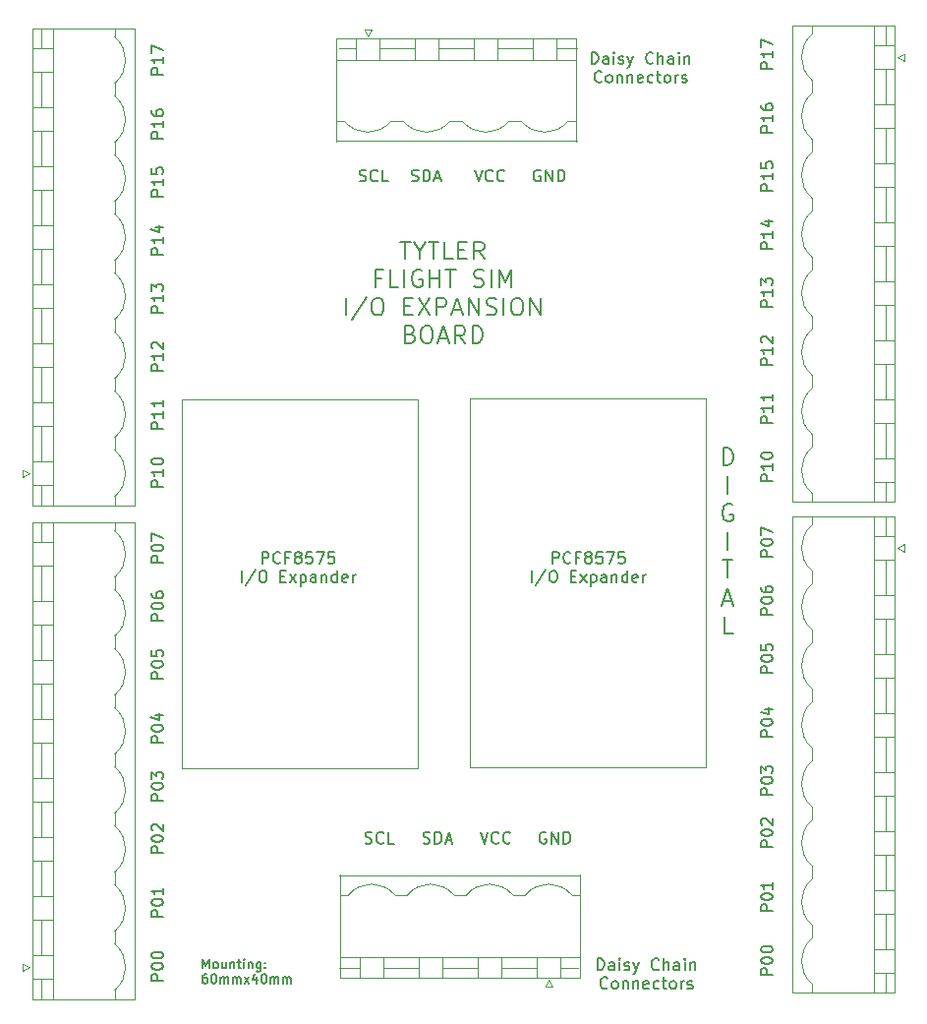
<source format=gbr>
%TF.GenerationSoftware,KiCad,Pcbnew,9.0.6*%
%TF.CreationDate,2026-02-03T15:59:12-08:00*%
%TF.ProjectId,PCF8575_Breakout,50434638-3537-4355-9f42-7265616b6f75,rev?*%
%TF.SameCoordinates,Original*%
%TF.FileFunction,Legend,Top*%
%TF.FilePolarity,Positive*%
%FSLAX46Y46*%
G04 Gerber Fmt 4.6, Leading zero omitted, Abs format (unit mm)*
G04 Created by KiCad (PCBNEW 9.0.6) date 2026-02-03 15:59:12*
%MOMM*%
%LPD*%
G01*
G04 APERTURE LIST*
%ADD10C,0.150000*%
%ADD11C,0.200000*%
%ADD12C,0.100000*%
%ADD13C,0.120000*%
G04 APERTURE END LIST*
D10*
X127289160Y-123822200D02*
X127432017Y-123869819D01*
X127432017Y-123869819D02*
X127670112Y-123869819D01*
X127670112Y-123869819D02*
X127765350Y-123822200D01*
X127765350Y-123822200D02*
X127812969Y-123774580D01*
X127812969Y-123774580D02*
X127860588Y-123679342D01*
X127860588Y-123679342D02*
X127860588Y-123584104D01*
X127860588Y-123584104D02*
X127812969Y-123488866D01*
X127812969Y-123488866D02*
X127765350Y-123441247D01*
X127765350Y-123441247D02*
X127670112Y-123393628D01*
X127670112Y-123393628D02*
X127479636Y-123346009D01*
X127479636Y-123346009D02*
X127384398Y-123298390D01*
X127384398Y-123298390D02*
X127336779Y-123250771D01*
X127336779Y-123250771D02*
X127289160Y-123155533D01*
X127289160Y-123155533D02*
X127289160Y-123060295D01*
X127289160Y-123060295D02*
X127336779Y-122965057D01*
X127336779Y-122965057D02*
X127384398Y-122917438D01*
X127384398Y-122917438D02*
X127479636Y-122869819D01*
X127479636Y-122869819D02*
X127717731Y-122869819D01*
X127717731Y-122869819D02*
X127860588Y-122917438D01*
X128860588Y-123774580D02*
X128812969Y-123822200D01*
X128812969Y-123822200D02*
X128670112Y-123869819D01*
X128670112Y-123869819D02*
X128574874Y-123869819D01*
X128574874Y-123869819D02*
X128432017Y-123822200D01*
X128432017Y-123822200D02*
X128336779Y-123726961D01*
X128336779Y-123726961D02*
X128289160Y-123631723D01*
X128289160Y-123631723D02*
X128241541Y-123441247D01*
X128241541Y-123441247D02*
X128241541Y-123298390D01*
X128241541Y-123298390D02*
X128289160Y-123107914D01*
X128289160Y-123107914D02*
X128336779Y-123012676D01*
X128336779Y-123012676D02*
X128432017Y-122917438D01*
X128432017Y-122917438D02*
X128574874Y-122869819D01*
X128574874Y-122869819D02*
X128670112Y-122869819D01*
X128670112Y-122869819D02*
X128812969Y-122917438D01*
X128812969Y-122917438D02*
X128860588Y-122965057D01*
X129765350Y-123869819D02*
X129289160Y-123869819D01*
X129289160Y-123869819D02*
X129289160Y-122869819D01*
X162369819Y-109163220D02*
X161369819Y-109163220D01*
X161369819Y-109163220D02*
X161369819Y-108782268D01*
X161369819Y-108782268D02*
X161417438Y-108687030D01*
X161417438Y-108687030D02*
X161465057Y-108639411D01*
X161465057Y-108639411D02*
X161560295Y-108591792D01*
X161560295Y-108591792D02*
X161703152Y-108591792D01*
X161703152Y-108591792D02*
X161798390Y-108639411D01*
X161798390Y-108639411D02*
X161846009Y-108687030D01*
X161846009Y-108687030D02*
X161893628Y-108782268D01*
X161893628Y-108782268D02*
X161893628Y-109163220D01*
X161369819Y-107972744D02*
X161369819Y-107877506D01*
X161369819Y-107877506D02*
X161417438Y-107782268D01*
X161417438Y-107782268D02*
X161465057Y-107734649D01*
X161465057Y-107734649D02*
X161560295Y-107687030D01*
X161560295Y-107687030D02*
X161750771Y-107639411D01*
X161750771Y-107639411D02*
X161988866Y-107639411D01*
X161988866Y-107639411D02*
X162179342Y-107687030D01*
X162179342Y-107687030D02*
X162274580Y-107734649D01*
X162274580Y-107734649D02*
X162322200Y-107782268D01*
X162322200Y-107782268D02*
X162369819Y-107877506D01*
X162369819Y-107877506D02*
X162369819Y-107972744D01*
X162369819Y-107972744D02*
X162322200Y-108067982D01*
X162322200Y-108067982D02*
X162274580Y-108115601D01*
X162274580Y-108115601D02*
X162179342Y-108163220D01*
X162179342Y-108163220D02*
X161988866Y-108210839D01*
X161988866Y-108210839D02*
X161750771Y-108210839D01*
X161750771Y-108210839D02*
X161560295Y-108163220D01*
X161560295Y-108163220D02*
X161465057Y-108115601D01*
X161465057Y-108115601D02*
X161417438Y-108067982D01*
X161417438Y-108067982D02*
X161369819Y-107972744D01*
X161369819Y-106734649D02*
X161369819Y-107210839D01*
X161369819Y-107210839D02*
X161846009Y-107258458D01*
X161846009Y-107258458D02*
X161798390Y-107210839D01*
X161798390Y-107210839D02*
X161750771Y-107115601D01*
X161750771Y-107115601D02*
X161750771Y-106877506D01*
X161750771Y-106877506D02*
X161798390Y-106782268D01*
X161798390Y-106782268D02*
X161846009Y-106734649D01*
X161846009Y-106734649D02*
X161941247Y-106687030D01*
X161941247Y-106687030D02*
X162179342Y-106687030D01*
X162179342Y-106687030D02*
X162274580Y-106734649D01*
X162274580Y-106734649D02*
X162322200Y-106782268D01*
X162322200Y-106782268D02*
X162369819Y-106877506D01*
X162369819Y-106877506D02*
X162369819Y-107115601D01*
X162369819Y-107115601D02*
X162322200Y-107210839D01*
X162322200Y-107210839D02*
X162274580Y-107258458D01*
X132289160Y-123822200D02*
X132432017Y-123869819D01*
X132432017Y-123869819D02*
X132670112Y-123869819D01*
X132670112Y-123869819D02*
X132765350Y-123822200D01*
X132765350Y-123822200D02*
X132812969Y-123774580D01*
X132812969Y-123774580D02*
X132860588Y-123679342D01*
X132860588Y-123679342D02*
X132860588Y-123584104D01*
X132860588Y-123584104D02*
X132812969Y-123488866D01*
X132812969Y-123488866D02*
X132765350Y-123441247D01*
X132765350Y-123441247D02*
X132670112Y-123393628D01*
X132670112Y-123393628D02*
X132479636Y-123346009D01*
X132479636Y-123346009D02*
X132384398Y-123298390D01*
X132384398Y-123298390D02*
X132336779Y-123250771D01*
X132336779Y-123250771D02*
X132289160Y-123155533D01*
X132289160Y-123155533D02*
X132289160Y-123060295D01*
X132289160Y-123060295D02*
X132336779Y-122965057D01*
X132336779Y-122965057D02*
X132384398Y-122917438D01*
X132384398Y-122917438D02*
X132479636Y-122869819D01*
X132479636Y-122869819D02*
X132717731Y-122869819D01*
X132717731Y-122869819D02*
X132860588Y-122917438D01*
X133289160Y-123869819D02*
X133289160Y-122869819D01*
X133289160Y-122869819D02*
X133527255Y-122869819D01*
X133527255Y-122869819D02*
X133670112Y-122917438D01*
X133670112Y-122917438D02*
X133765350Y-123012676D01*
X133765350Y-123012676D02*
X133812969Y-123107914D01*
X133812969Y-123107914D02*
X133860588Y-123298390D01*
X133860588Y-123298390D02*
X133860588Y-123441247D01*
X133860588Y-123441247D02*
X133812969Y-123631723D01*
X133812969Y-123631723D02*
X133765350Y-123726961D01*
X133765350Y-123726961D02*
X133670112Y-123822200D01*
X133670112Y-123822200D02*
X133527255Y-123869819D01*
X133527255Y-123869819D02*
X133289160Y-123869819D01*
X134241541Y-123584104D02*
X134717731Y-123584104D01*
X134146303Y-123869819D02*
X134479636Y-122869819D01*
X134479636Y-122869819D02*
X134812969Y-123869819D01*
X118404762Y-99759875D02*
X118404762Y-98759875D01*
X118404762Y-98759875D02*
X118785714Y-98759875D01*
X118785714Y-98759875D02*
X118880952Y-98807494D01*
X118880952Y-98807494D02*
X118928571Y-98855113D01*
X118928571Y-98855113D02*
X118976190Y-98950351D01*
X118976190Y-98950351D02*
X118976190Y-99093208D01*
X118976190Y-99093208D02*
X118928571Y-99188446D01*
X118928571Y-99188446D02*
X118880952Y-99236065D01*
X118880952Y-99236065D02*
X118785714Y-99283684D01*
X118785714Y-99283684D02*
X118404762Y-99283684D01*
X119976190Y-99664636D02*
X119928571Y-99712256D01*
X119928571Y-99712256D02*
X119785714Y-99759875D01*
X119785714Y-99759875D02*
X119690476Y-99759875D01*
X119690476Y-99759875D02*
X119547619Y-99712256D01*
X119547619Y-99712256D02*
X119452381Y-99617017D01*
X119452381Y-99617017D02*
X119404762Y-99521779D01*
X119404762Y-99521779D02*
X119357143Y-99331303D01*
X119357143Y-99331303D02*
X119357143Y-99188446D01*
X119357143Y-99188446D02*
X119404762Y-98997970D01*
X119404762Y-98997970D02*
X119452381Y-98902732D01*
X119452381Y-98902732D02*
X119547619Y-98807494D01*
X119547619Y-98807494D02*
X119690476Y-98759875D01*
X119690476Y-98759875D02*
X119785714Y-98759875D01*
X119785714Y-98759875D02*
X119928571Y-98807494D01*
X119928571Y-98807494D02*
X119976190Y-98855113D01*
X120738095Y-99236065D02*
X120404762Y-99236065D01*
X120404762Y-99759875D02*
X120404762Y-98759875D01*
X120404762Y-98759875D02*
X120880952Y-98759875D01*
X121404762Y-99188446D02*
X121309524Y-99140827D01*
X121309524Y-99140827D02*
X121261905Y-99093208D01*
X121261905Y-99093208D02*
X121214286Y-98997970D01*
X121214286Y-98997970D02*
X121214286Y-98950351D01*
X121214286Y-98950351D02*
X121261905Y-98855113D01*
X121261905Y-98855113D02*
X121309524Y-98807494D01*
X121309524Y-98807494D02*
X121404762Y-98759875D01*
X121404762Y-98759875D02*
X121595238Y-98759875D01*
X121595238Y-98759875D02*
X121690476Y-98807494D01*
X121690476Y-98807494D02*
X121738095Y-98855113D01*
X121738095Y-98855113D02*
X121785714Y-98950351D01*
X121785714Y-98950351D02*
X121785714Y-98997970D01*
X121785714Y-98997970D02*
X121738095Y-99093208D01*
X121738095Y-99093208D02*
X121690476Y-99140827D01*
X121690476Y-99140827D02*
X121595238Y-99188446D01*
X121595238Y-99188446D02*
X121404762Y-99188446D01*
X121404762Y-99188446D02*
X121309524Y-99236065D01*
X121309524Y-99236065D02*
X121261905Y-99283684D01*
X121261905Y-99283684D02*
X121214286Y-99378922D01*
X121214286Y-99378922D02*
X121214286Y-99569398D01*
X121214286Y-99569398D02*
X121261905Y-99664636D01*
X121261905Y-99664636D02*
X121309524Y-99712256D01*
X121309524Y-99712256D02*
X121404762Y-99759875D01*
X121404762Y-99759875D02*
X121595238Y-99759875D01*
X121595238Y-99759875D02*
X121690476Y-99712256D01*
X121690476Y-99712256D02*
X121738095Y-99664636D01*
X121738095Y-99664636D02*
X121785714Y-99569398D01*
X121785714Y-99569398D02*
X121785714Y-99378922D01*
X121785714Y-99378922D02*
X121738095Y-99283684D01*
X121738095Y-99283684D02*
X121690476Y-99236065D01*
X121690476Y-99236065D02*
X121595238Y-99188446D01*
X122690476Y-98759875D02*
X122214286Y-98759875D01*
X122214286Y-98759875D02*
X122166667Y-99236065D01*
X122166667Y-99236065D02*
X122214286Y-99188446D01*
X122214286Y-99188446D02*
X122309524Y-99140827D01*
X122309524Y-99140827D02*
X122547619Y-99140827D01*
X122547619Y-99140827D02*
X122642857Y-99188446D01*
X122642857Y-99188446D02*
X122690476Y-99236065D01*
X122690476Y-99236065D02*
X122738095Y-99331303D01*
X122738095Y-99331303D02*
X122738095Y-99569398D01*
X122738095Y-99569398D02*
X122690476Y-99664636D01*
X122690476Y-99664636D02*
X122642857Y-99712256D01*
X122642857Y-99712256D02*
X122547619Y-99759875D01*
X122547619Y-99759875D02*
X122309524Y-99759875D01*
X122309524Y-99759875D02*
X122214286Y-99712256D01*
X122214286Y-99712256D02*
X122166667Y-99664636D01*
X123071429Y-98759875D02*
X123738095Y-98759875D01*
X123738095Y-98759875D02*
X123309524Y-99759875D01*
X124595238Y-98759875D02*
X124119048Y-98759875D01*
X124119048Y-98759875D02*
X124071429Y-99236065D01*
X124071429Y-99236065D02*
X124119048Y-99188446D01*
X124119048Y-99188446D02*
X124214286Y-99140827D01*
X124214286Y-99140827D02*
X124452381Y-99140827D01*
X124452381Y-99140827D02*
X124547619Y-99188446D01*
X124547619Y-99188446D02*
X124595238Y-99236065D01*
X124595238Y-99236065D02*
X124642857Y-99331303D01*
X124642857Y-99331303D02*
X124642857Y-99569398D01*
X124642857Y-99569398D02*
X124595238Y-99664636D01*
X124595238Y-99664636D02*
X124547619Y-99712256D01*
X124547619Y-99712256D02*
X124452381Y-99759875D01*
X124452381Y-99759875D02*
X124214286Y-99759875D01*
X124214286Y-99759875D02*
X124119048Y-99712256D01*
X124119048Y-99712256D02*
X124071429Y-99664636D01*
X116666666Y-101369819D02*
X116666666Y-100369819D01*
X117857141Y-100322200D02*
X116999999Y-101607914D01*
X118380951Y-100369819D02*
X118571427Y-100369819D01*
X118571427Y-100369819D02*
X118666665Y-100417438D01*
X118666665Y-100417438D02*
X118761903Y-100512676D01*
X118761903Y-100512676D02*
X118809522Y-100703152D01*
X118809522Y-100703152D02*
X118809522Y-101036485D01*
X118809522Y-101036485D02*
X118761903Y-101226961D01*
X118761903Y-101226961D02*
X118666665Y-101322200D01*
X118666665Y-101322200D02*
X118571427Y-101369819D01*
X118571427Y-101369819D02*
X118380951Y-101369819D01*
X118380951Y-101369819D02*
X118285713Y-101322200D01*
X118285713Y-101322200D02*
X118190475Y-101226961D01*
X118190475Y-101226961D02*
X118142856Y-101036485D01*
X118142856Y-101036485D02*
X118142856Y-100703152D01*
X118142856Y-100703152D02*
X118190475Y-100512676D01*
X118190475Y-100512676D02*
X118285713Y-100417438D01*
X118285713Y-100417438D02*
X118380951Y-100369819D01*
X119999999Y-100846009D02*
X120333332Y-100846009D01*
X120476189Y-101369819D02*
X119999999Y-101369819D01*
X119999999Y-101369819D02*
X119999999Y-100369819D01*
X119999999Y-100369819D02*
X120476189Y-100369819D01*
X120809523Y-101369819D02*
X121333332Y-100703152D01*
X120809523Y-100703152D02*
X121333332Y-101369819D01*
X121714285Y-100703152D02*
X121714285Y-101703152D01*
X121714285Y-100750771D02*
X121809523Y-100703152D01*
X121809523Y-100703152D02*
X121999999Y-100703152D01*
X121999999Y-100703152D02*
X122095237Y-100750771D01*
X122095237Y-100750771D02*
X122142856Y-100798390D01*
X122142856Y-100798390D02*
X122190475Y-100893628D01*
X122190475Y-100893628D02*
X122190475Y-101179342D01*
X122190475Y-101179342D02*
X122142856Y-101274580D01*
X122142856Y-101274580D02*
X122095237Y-101322200D01*
X122095237Y-101322200D02*
X121999999Y-101369819D01*
X121999999Y-101369819D02*
X121809523Y-101369819D01*
X121809523Y-101369819D02*
X121714285Y-101322200D01*
X123047618Y-101369819D02*
X123047618Y-100846009D01*
X123047618Y-100846009D02*
X122999999Y-100750771D01*
X122999999Y-100750771D02*
X122904761Y-100703152D01*
X122904761Y-100703152D02*
X122714285Y-100703152D01*
X122714285Y-100703152D02*
X122619047Y-100750771D01*
X123047618Y-101322200D02*
X122952380Y-101369819D01*
X122952380Y-101369819D02*
X122714285Y-101369819D01*
X122714285Y-101369819D02*
X122619047Y-101322200D01*
X122619047Y-101322200D02*
X122571428Y-101226961D01*
X122571428Y-101226961D02*
X122571428Y-101131723D01*
X122571428Y-101131723D02*
X122619047Y-101036485D01*
X122619047Y-101036485D02*
X122714285Y-100988866D01*
X122714285Y-100988866D02*
X122952380Y-100988866D01*
X122952380Y-100988866D02*
X123047618Y-100941247D01*
X123523809Y-100703152D02*
X123523809Y-101369819D01*
X123523809Y-100798390D02*
X123571428Y-100750771D01*
X123571428Y-100750771D02*
X123666666Y-100703152D01*
X123666666Y-100703152D02*
X123809523Y-100703152D01*
X123809523Y-100703152D02*
X123904761Y-100750771D01*
X123904761Y-100750771D02*
X123952380Y-100846009D01*
X123952380Y-100846009D02*
X123952380Y-101369819D01*
X124857142Y-101369819D02*
X124857142Y-100369819D01*
X124857142Y-101322200D02*
X124761904Y-101369819D01*
X124761904Y-101369819D02*
X124571428Y-101369819D01*
X124571428Y-101369819D02*
X124476190Y-101322200D01*
X124476190Y-101322200D02*
X124428571Y-101274580D01*
X124428571Y-101274580D02*
X124380952Y-101179342D01*
X124380952Y-101179342D02*
X124380952Y-100893628D01*
X124380952Y-100893628D02*
X124428571Y-100798390D01*
X124428571Y-100798390D02*
X124476190Y-100750771D01*
X124476190Y-100750771D02*
X124571428Y-100703152D01*
X124571428Y-100703152D02*
X124761904Y-100703152D01*
X124761904Y-100703152D02*
X124857142Y-100750771D01*
X125714285Y-101322200D02*
X125619047Y-101369819D01*
X125619047Y-101369819D02*
X125428571Y-101369819D01*
X125428571Y-101369819D02*
X125333333Y-101322200D01*
X125333333Y-101322200D02*
X125285714Y-101226961D01*
X125285714Y-101226961D02*
X125285714Y-100846009D01*
X125285714Y-100846009D02*
X125333333Y-100750771D01*
X125333333Y-100750771D02*
X125428571Y-100703152D01*
X125428571Y-100703152D02*
X125619047Y-100703152D01*
X125619047Y-100703152D02*
X125714285Y-100750771D01*
X125714285Y-100750771D02*
X125761904Y-100846009D01*
X125761904Y-100846009D02*
X125761904Y-100941247D01*
X125761904Y-100941247D02*
X125285714Y-101036485D01*
X126190476Y-101369819D02*
X126190476Y-100703152D01*
X126190476Y-100893628D02*
X126238095Y-100798390D01*
X126238095Y-100798390D02*
X126285714Y-100750771D01*
X126285714Y-100750771D02*
X126380952Y-100703152D01*
X126380952Y-100703152D02*
X126476190Y-100703152D01*
X143404762Y-99759875D02*
X143404762Y-98759875D01*
X143404762Y-98759875D02*
X143785714Y-98759875D01*
X143785714Y-98759875D02*
X143880952Y-98807494D01*
X143880952Y-98807494D02*
X143928571Y-98855113D01*
X143928571Y-98855113D02*
X143976190Y-98950351D01*
X143976190Y-98950351D02*
X143976190Y-99093208D01*
X143976190Y-99093208D02*
X143928571Y-99188446D01*
X143928571Y-99188446D02*
X143880952Y-99236065D01*
X143880952Y-99236065D02*
X143785714Y-99283684D01*
X143785714Y-99283684D02*
X143404762Y-99283684D01*
X144976190Y-99664636D02*
X144928571Y-99712256D01*
X144928571Y-99712256D02*
X144785714Y-99759875D01*
X144785714Y-99759875D02*
X144690476Y-99759875D01*
X144690476Y-99759875D02*
X144547619Y-99712256D01*
X144547619Y-99712256D02*
X144452381Y-99617017D01*
X144452381Y-99617017D02*
X144404762Y-99521779D01*
X144404762Y-99521779D02*
X144357143Y-99331303D01*
X144357143Y-99331303D02*
X144357143Y-99188446D01*
X144357143Y-99188446D02*
X144404762Y-98997970D01*
X144404762Y-98997970D02*
X144452381Y-98902732D01*
X144452381Y-98902732D02*
X144547619Y-98807494D01*
X144547619Y-98807494D02*
X144690476Y-98759875D01*
X144690476Y-98759875D02*
X144785714Y-98759875D01*
X144785714Y-98759875D02*
X144928571Y-98807494D01*
X144928571Y-98807494D02*
X144976190Y-98855113D01*
X145738095Y-99236065D02*
X145404762Y-99236065D01*
X145404762Y-99759875D02*
X145404762Y-98759875D01*
X145404762Y-98759875D02*
X145880952Y-98759875D01*
X146404762Y-99188446D02*
X146309524Y-99140827D01*
X146309524Y-99140827D02*
X146261905Y-99093208D01*
X146261905Y-99093208D02*
X146214286Y-98997970D01*
X146214286Y-98997970D02*
X146214286Y-98950351D01*
X146214286Y-98950351D02*
X146261905Y-98855113D01*
X146261905Y-98855113D02*
X146309524Y-98807494D01*
X146309524Y-98807494D02*
X146404762Y-98759875D01*
X146404762Y-98759875D02*
X146595238Y-98759875D01*
X146595238Y-98759875D02*
X146690476Y-98807494D01*
X146690476Y-98807494D02*
X146738095Y-98855113D01*
X146738095Y-98855113D02*
X146785714Y-98950351D01*
X146785714Y-98950351D02*
X146785714Y-98997970D01*
X146785714Y-98997970D02*
X146738095Y-99093208D01*
X146738095Y-99093208D02*
X146690476Y-99140827D01*
X146690476Y-99140827D02*
X146595238Y-99188446D01*
X146595238Y-99188446D02*
X146404762Y-99188446D01*
X146404762Y-99188446D02*
X146309524Y-99236065D01*
X146309524Y-99236065D02*
X146261905Y-99283684D01*
X146261905Y-99283684D02*
X146214286Y-99378922D01*
X146214286Y-99378922D02*
X146214286Y-99569398D01*
X146214286Y-99569398D02*
X146261905Y-99664636D01*
X146261905Y-99664636D02*
X146309524Y-99712256D01*
X146309524Y-99712256D02*
X146404762Y-99759875D01*
X146404762Y-99759875D02*
X146595238Y-99759875D01*
X146595238Y-99759875D02*
X146690476Y-99712256D01*
X146690476Y-99712256D02*
X146738095Y-99664636D01*
X146738095Y-99664636D02*
X146785714Y-99569398D01*
X146785714Y-99569398D02*
X146785714Y-99378922D01*
X146785714Y-99378922D02*
X146738095Y-99283684D01*
X146738095Y-99283684D02*
X146690476Y-99236065D01*
X146690476Y-99236065D02*
X146595238Y-99188446D01*
X147690476Y-98759875D02*
X147214286Y-98759875D01*
X147214286Y-98759875D02*
X147166667Y-99236065D01*
X147166667Y-99236065D02*
X147214286Y-99188446D01*
X147214286Y-99188446D02*
X147309524Y-99140827D01*
X147309524Y-99140827D02*
X147547619Y-99140827D01*
X147547619Y-99140827D02*
X147642857Y-99188446D01*
X147642857Y-99188446D02*
X147690476Y-99236065D01*
X147690476Y-99236065D02*
X147738095Y-99331303D01*
X147738095Y-99331303D02*
X147738095Y-99569398D01*
X147738095Y-99569398D02*
X147690476Y-99664636D01*
X147690476Y-99664636D02*
X147642857Y-99712256D01*
X147642857Y-99712256D02*
X147547619Y-99759875D01*
X147547619Y-99759875D02*
X147309524Y-99759875D01*
X147309524Y-99759875D02*
X147214286Y-99712256D01*
X147214286Y-99712256D02*
X147166667Y-99664636D01*
X148071429Y-98759875D02*
X148738095Y-98759875D01*
X148738095Y-98759875D02*
X148309524Y-99759875D01*
X149595238Y-98759875D02*
X149119048Y-98759875D01*
X149119048Y-98759875D02*
X149071429Y-99236065D01*
X149071429Y-99236065D02*
X149119048Y-99188446D01*
X149119048Y-99188446D02*
X149214286Y-99140827D01*
X149214286Y-99140827D02*
X149452381Y-99140827D01*
X149452381Y-99140827D02*
X149547619Y-99188446D01*
X149547619Y-99188446D02*
X149595238Y-99236065D01*
X149595238Y-99236065D02*
X149642857Y-99331303D01*
X149642857Y-99331303D02*
X149642857Y-99569398D01*
X149642857Y-99569398D02*
X149595238Y-99664636D01*
X149595238Y-99664636D02*
X149547619Y-99712256D01*
X149547619Y-99712256D02*
X149452381Y-99759875D01*
X149452381Y-99759875D02*
X149214286Y-99759875D01*
X149214286Y-99759875D02*
X149119048Y-99712256D01*
X149119048Y-99712256D02*
X149071429Y-99664636D01*
X141666666Y-101369819D02*
X141666666Y-100369819D01*
X142857141Y-100322200D02*
X141999999Y-101607914D01*
X143380951Y-100369819D02*
X143571427Y-100369819D01*
X143571427Y-100369819D02*
X143666665Y-100417438D01*
X143666665Y-100417438D02*
X143761903Y-100512676D01*
X143761903Y-100512676D02*
X143809522Y-100703152D01*
X143809522Y-100703152D02*
X143809522Y-101036485D01*
X143809522Y-101036485D02*
X143761903Y-101226961D01*
X143761903Y-101226961D02*
X143666665Y-101322200D01*
X143666665Y-101322200D02*
X143571427Y-101369819D01*
X143571427Y-101369819D02*
X143380951Y-101369819D01*
X143380951Y-101369819D02*
X143285713Y-101322200D01*
X143285713Y-101322200D02*
X143190475Y-101226961D01*
X143190475Y-101226961D02*
X143142856Y-101036485D01*
X143142856Y-101036485D02*
X143142856Y-100703152D01*
X143142856Y-100703152D02*
X143190475Y-100512676D01*
X143190475Y-100512676D02*
X143285713Y-100417438D01*
X143285713Y-100417438D02*
X143380951Y-100369819D01*
X144999999Y-100846009D02*
X145333332Y-100846009D01*
X145476189Y-101369819D02*
X144999999Y-101369819D01*
X144999999Y-101369819D02*
X144999999Y-100369819D01*
X144999999Y-100369819D02*
X145476189Y-100369819D01*
X145809523Y-101369819D02*
X146333332Y-100703152D01*
X145809523Y-100703152D02*
X146333332Y-101369819D01*
X146714285Y-100703152D02*
X146714285Y-101703152D01*
X146714285Y-100750771D02*
X146809523Y-100703152D01*
X146809523Y-100703152D02*
X146999999Y-100703152D01*
X146999999Y-100703152D02*
X147095237Y-100750771D01*
X147095237Y-100750771D02*
X147142856Y-100798390D01*
X147142856Y-100798390D02*
X147190475Y-100893628D01*
X147190475Y-100893628D02*
X147190475Y-101179342D01*
X147190475Y-101179342D02*
X147142856Y-101274580D01*
X147142856Y-101274580D02*
X147095237Y-101322200D01*
X147095237Y-101322200D02*
X146999999Y-101369819D01*
X146999999Y-101369819D02*
X146809523Y-101369819D01*
X146809523Y-101369819D02*
X146714285Y-101322200D01*
X148047618Y-101369819D02*
X148047618Y-100846009D01*
X148047618Y-100846009D02*
X147999999Y-100750771D01*
X147999999Y-100750771D02*
X147904761Y-100703152D01*
X147904761Y-100703152D02*
X147714285Y-100703152D01*
X147714285Y-100703152D02*
X147619047Y-100750771D01*
X148047618Y-101322200D02*
X147952380Y-101369819D01*
X147952380Y-101369819D02*
X147714285Y-101369819D01*
X147714285Y-101369819D02*
X147619047Y-101322200D01*
X147619047Y-101322200D02*
X147571428Y-101226961D01*
X147571428Y-101226961D02*
X147571428Y-101131723D01*
X147571428Y-101131723D02*
X147619047Y-101036485D01*
X147619047Y-101036485D02*
X147714285Y-100988866D01*
X147714285Y-100988866D02*
X147952380Y-100988866D01*
X147952380Y-100988866D02*
X148047618Y-100941247D01*
X148523809Y-100703152D02*
X148523809Y-101369819D01*
X148523809Y-100798390D02*
X148571428Y-100750771D01*
X148571428Y-100750771D02*
X148666666Y-100703152D01*
X148666666Y-100703152D02*
X148809523Y-100703152D01*
X148809523Y-100703152D02*
X148904761Y-100750771D01*
X148904761Y-100750771D02*
X148952380Y-100846009D01*
X148952380Y-100846009D02*
X148952380Y-101369819D01*
X149857142Y-101369819D02*
X149857142Y-100369819D01*
X149857142Y-101322200D02*
X149761904Y-101369819D01*
X149761904Y-101369819D02*
X149571428Y-101369819D01*
X149571428Y-101369819D02*
X149476190Y-101322200D01*
X149476190Y-101322200D02*
X149428571Y-101274580D01*
X149428571Y-101274580D02*
X149380952Y-101179342D01*
X149380952Y-101179342D02*
X149380952Y-100893628D01*
X149380952Y-100893628D02*
X149428571Y-100798390D01*
X149428571Y-100798390D02*
X149476190Y-100750771D01*
X149476190Y-100750771D02*
X149571428Y-100703152D01*
X149571428Y-100703152D02*
X149761904Y-100703152D01*
X149761904Y-100703152D02*
X149857142Y-100750771D01*
X150714285Y-101322200D02*
X150619047Y-101369819D01*
X150619047Y-101369819D02*
X150428571Y-101369819D01*
X150428571Y-101369819D02*
X150333333Y-101322200D01*
X150333333Y-101322200D02*
X150285714Y-101226961D01*
X150285714Y-101226961D02*
X150285714Y-100846009D01*
X150285714Y-100846009D02*
X150333333Y-100750771D01*
X150333333Y-100750771D02*
X150428571Y-100703152D01*
X150428571Y-100703152D02*
X150619047Y-100703152D01*
X150619047Y-100703152D02*
X150714285Y-100750771D01*
X150714285Y-100750771D02*
X150761904Y-100846009D01*
X150761904Y-100846009D02*
X150761904Y-100941247D01*
X150761904Y-100941247D02*
X150285714Y-101036485D01*
X151190476Y-101369819D02*
X151190476Y-100703152D01*
X151190476Y-100893628D02*
X151238095Y-100798390D01*
X151238095Y-100798390D02*
X151285714Y-100750771D01*
X151285714Y-100750771D02*
X151380952Y-100703152D01*
X151380952Y-100703152D02*
X151476190Y-100703152D01*
X146785714Y-56759875D02*
X146785714Y-55759875D01*
X146785714Y-55759875D02*
X147023809Y-55759875D01*
X147023809Y-55759875D02*
X147166666Y-55807494D01*
X147166666Y-55807494D02*
X147261904Y-55902732D01*
X147261904Y-55902732D02*
X147309523Y-55997970D01*
X147309523Y-55997970D02*
X147357142Y-56188446D01*
X147357142Y-56188446D02*
X147357142Y-56331303D01*
X147357142Y-56331303D02*
X147309523Y-56521779D01*
X147309523Y-56521779D02*
X147261904Y-56617017D01*
X147261904Y-56617017D02*
X147166666Y-56712256D01*
X147166666Y-56712256D02*
X147023809Y-56759875D01*
X147023809Y-56759875D02*
X146785714Y-56759875D01*
X148214285Y-56759875D02*
X148214285Y-56236065D01*
X148214285Y-56236065D02*
X148166666Y-56140827D01*
X148166666Y-56140827D02*
X148071428Y-56093208D01*
X148071428Y-56093208D02*
X147880952Y-56093208D01*
X147880952Y-56093208D02*
X147785714Y-56140827D01*
X148214285Y-56712256D02*
X148119047Y-56759875D01*
X148119047Y-56759875D02*
X147880952Y-56759875D01*
X147880952Y-56759875D02*
X147785714Y-56712256D01*
X147785714Y-56712256D02*
X147738095Y-56617017D01*
X147738095Y-56617017D02*
X147738095Y-56521779D01*
X147738095Y-56521779D02*
X147785714Y-56426541D01*
X147785714Y-56426541D02*
X147880952Y-56378922D01*
X147880952Y-56378922D02*
X148119047Y-56378922D01*
X148119047Y-56378922D02*
X148214285Y-56331303D01*
X148690476Y-56759875D02*
X148690476Y-56093208D01*
X148690476Y-55759875D02*
X148642857Y-55807494D01*
X148642857Y-55807494D02*
X148690476Y-55855113D01*
X148690476Y-55855113D02*
X148738095Y-55807494D01*
X148738095Y-55807494D02*
X148690476Y-55759875D01*
X148690476Y-55759875D02*
X148690476Y-55855113D01*
X149119047Y-56712256D02*
X149214285Y-56759875D01*
X149214285Y-56759875D02*
X149404761Y-56759875D01*
X149404761Y-56759875D02*
X149499999Y-56712256D01*
X149499999Y-56712256D02*
X149547618Y-56617017D01*
X149547618Y-56617017D02*
X149547618Y-56569398D01*
X149547618Y-56569398D02*
X149499999Y-56474160D01*
X149499999Y-56474160D02*
X149404761Y-56426541D01*
X149404761Y-56426541D02*
X149261904Y-56426541D01*
X149261904Y-56426541D02*
X149166666Y-56378922D01*
X149166666Y-56378922D02*
X149119047Y-56283684D01*
X149119047Y-56283684D02*
X149119047Y-56236065D01*
X149119047Y-56236065D02*
X149166666Y-56140827D01*
X149166666Y-56140827D02*
X149261904Y-56093208D01*
X149261904Y-56093208D02*
X149404761Y-56093208D01*
X149404761Y-56093208D02*
X149499999Y-56140827D01*
X149880952Y-56093208D02*
X150119047Y-56759875D01*
X150357142Y-56093208D02*
X150119047Y-56759875D01*
X150119047Y-56759875D02*
X150023809Y-56997970D01*
X150023809Y-56997970D02*
X149976190Y-57045589D01*
X149976190Y-57045589D02*
X149880952Y-57093208D01*
X152071428Y-56664636D02*
X152023809Y-56712256D01*
X152023809Y-56712256D02*
X151880952Y-56759875D01*
X151880952Y-56759875D02*
X151785714Y-56759875D01*
X151785714Y-56759875D02*
X151642857Y-56712256D01*
X151642857Y-56712256D02*
X151547619Y-56617017D01*
X151547619Y-56617017D02*
X151500000Y-56521779D01*
X151500000Y-56521779D02*
X151452381Y-56331303D01*
X151452381Y-56331303D02*
X151452381Y-56188446D01*
X151452381Y-56188446D02*
X151500000Y-55997970D01*
X151500000Y-55997970D02*
X151547619Y-55902732D01*
X151547619Y-55902732D02*
X151642857Y-55807494D01*
X151642857Y-55807494D02*
X151785714Y-55759875D01*
X151785714Y-55759875D02*
X151880952Y-55759875D01*
X151880952Y-55759875D02*
X152023809Y-55807494D01*
X152023809Y-55807494D02*
X152071428Y-55855113D01*
X152500000Y-56759875D02*
X152500000Y-55759875D01*
X152928571Y-56759875D02*
X152928571Y-56236065D01*
X152928571Y-56236065D02*
X152880952Y-56140827D01*
X152880952Y-56140827D02*
X152785714Y-56093208D01*
X152785714Y-56093208D02*
X152642857Y-56093208D01*
X152642857Y-56093208D02*
X152547619Y-56140827D01*
X152547619Y-56140827D02*
X152500000Y-56188446D01*
X153833333Y-56759875D02*
X153833333Y-56236065D01*
X153833333Y-56236065D02*
X153785714Y-56140827D01*
X153785714Y-56140827D02*
X153690476Y-56093208D01*
X153690476Y-56093208D02*
X153500000Y-56093208D01*
X153500000Y-56093208D02*
X153404762Y-56140827D01*
X153833333Y-56712256D02*
X153738095Y-56759875D01*
X153738095Y-56759875D02*
X153500000Y-56759875D01*
X153500000Y-56759875D02*
X153404762Y-56712256D01*
X153404762Y-56712256D02*
X153357143Y-56617017D01*
X153357143Y-56617017D02*
X153357143Y-56521779D01*
X153357143Y-56521779D02*
X153404762Y-56426541D01*
X153404762Y-56426541D02*
X153500000Y-56378922D01*
X153500000Y-56378922D02*
X153738095Y-56378922D01*
X153738095Y-56378922D02*
X153833333Y-56331303D01*
X154309524Y-56759875D02*
X154309524Y-56093208D01*
X154309524Y-55759875D02*
X154261905Y-55807494D01*
X154261905Y-55807494D02*
X154309524Y-55855113D01*
X154309524Y-55855113D02*
X154357143Y-55807494D01*
X154357143Y-55807494D02*
X154309524Y-55759875D01*
X154309524Y-55759875D02*
X154309524Y-55855113D01*
X154785714Y-56093208D02*
X154785714Y-56759875D01*
X154785714Y-56188446D02*
X154833333Y-56140827D01*
X154833333Y-56140827D02*
X154928571Y-56093208D01*
X154928571Y-56093208D02*
X155071428Y-56093208D01*
X155071428Y-56093208D02*
X155166666Y-56140827D01*
X155166666Y-56140827D02*
X155214285Y-56236065D01*
X155214285Y-56236065D02*
X155214285Y-56759875D01*
X147642856Y-58274580D02*
X147595237Y-58322200D01*
X147595237Y-58322200D02*
X147452380Y-58369819D01*
X147452380Y-58369819D02*
X147357142Y-58369819D01*
X147357142Y-58369819D02*
X147214285Y-58322200D01*
X147214285Y-58322200D02*
X147119047Y-58226961D01*
X147119047Y-58226961D02*
X147071428Y-58131723D01*
X147071428Y-58131723D02*
X147023809Y-57941247D01*
X147023809Y-57941247D02*
X147023809Y-57798390D01*
X147023809Y-57798390D02*
X147071428Y-57607914D01*
X147071428Y-57607914D02*
X147119047Y-57512676D01*
X147119047Y-57512676D02*
X147214285Y-57417438D01*
X147214285Y-57417438D02*
X147357142Y-57369819D01*
X147357142Y-57369819D02*
X147452380Y-57369819D01*
X147452380Y-57369819D02*
X147595237Y-57417438D01*
X147595237Y-57417438D02*
X147642856Y-57465057D01*
X148214285Y-58369819D02*
X148119047Y-58322200D01*
X148119047Y-58322200D02*
X148071428Y-58274580D01*
X148071428Y-58274580D02*
X148023809Y-58179342D01*
X148023809Y-58179342D02*
X148023809Y-57893628D01*
X148023809Y-57893628D02*
X148071428Y-57798390D01*
X148071428Y-57798390D02*
X148119047Y-57750771D01*
X148119047Y-57750771D02*
X148214285Y-57703152D01*
X148214285Y-57703152D02*
X148357142Y-57703152D01*
X148357142Y-57703152D02*
X148452380Y-57750771D01*
X148452380Y-57750771D02*
X148499999Y-57798390D01*
X148499999Y-57798390D02*
X148547618Y-57893628D01*
X148547618Y-57893628D02*
X148547618Y-58179342D01*
X148547618Y-58179342D02*
X148499999Y-58274580D01*
X148499999Y-58274580D02*
X148452380Y-58322200D01*
X148452380Y-58322200D02*
X148357142Y-58369819D01*
X148357142Y-58369819D02*
X148214285Y-58369819D01*
X148976190Y-57703152D02*
X148976190Y-58369819D01*
X148976190Y-57798390D02*
X149023809Y-57750771D01*
X149023809Y-57750771D02*
X149119047Y-57703152D01*
X149119047Y-57703152D02*
X149261904Y-57703152D01*
X149261904Y-57703152D02*
X149357142Y-57750771D01*
X149357142Y-57750771D02*
X149404761Y-57846009D01*
X149404761Y-57846009D02*
X149404761Y-58369819D01*
X149880952Y-57703152D02*
X149880952Y-58369819D01*
X149880952Y-57798390D02*
X149928571Y-57750771D01*
X149928571Y-57750771D02*
X150023809Y-57703152D01*
X150023809Y-57703152D02*
X150166666Y-57703152D01*
X150166666Y-57703152D02*
X150261904Y-57750771D01*
X150261904Y-57750771D02*
X150309523Y-57846009D01*
X150309523Y-57846009D02*
X150309523Y-58369819D01*
X151166666Y-58322200D02*
X151071428Y-58369819D01*
X151071428Y-58369819D02*
X150880952Y-58369819D01*
X150880952Y-58369819D02*
X150785714Y-58322200D01*
X150785714Y-58322200D02*
X150738095Y-58226961D01*
X150738095Y-58226961D02*
X150738095Y-57846009D01*
X150738095Y-57846009D02*
X150785714Y-57750771D01*
X150785714Y-57750771D02*
X150880952Y-57703152D01*
X150880952Y-57703152D02*
X151071428Y-57703152D01*
X151071428Y-57703152D02*
X151166666Y-57750771D01*
X151166666Y-57750771D02*
X151214285Y-57846009D01*
X151214285Y-57846009D02*
X151214285Y-57941247D01*
X151214285Y-57941247D02*
X150738095Y-58036485D01*
X152071428Y-58322200D02*
X151976190Y-58369819D01*
X151976190Y-58369819D02*
X151785714Y-58369819D01*
X151785714Y-58369819D02*
X151690476Y-58322200D01*
X151690476Y-58322200D02*
X151642857Y-58274580D01*
X151642857Y-58274580D02*
X151595238Y-58179342D01*
X151595238Y-58179342D02*
X151595238Y-57893628D01*
X151595238Y-57893628D02*
X151642857Y-57798390D01*
X151642857Y-57798390D02*
X151690476Y-57750771D01*
X151690476Y-57750771D02*
X151785714Y-57703152D01*
X151785714Y-57703152D02*
X151976190Y-57703152D01*
X151976190Y-57703152D02*
X152071428Y-57750771D01*
X152357143Y-57703152D02*
X152738095Y-57703152D01*
X152500000Y-57369819D02*
X152500000Y-58226961D01*
X152500000Y-58226961D02*
X152547619Y-58322200D01*
X152547619Y-58322200D02*
X152642857Y-58369819D01*
X152642857Y-58369819D02*
X152738095Y-58369819D01*
X153214286Y-58369819D02*
X153119048Y-58322200D01*
X153119048Y-58322200D02*
X153071429Y-58274580D01*
X153071429Y-58274580D02*
X153023810Y-58179342D01*
X153023810Y-58179342D02*
X153023810Y-57893628D01*
X153023810Y-57893628D02*
X153071429Y-57798390D01*
X153071429Y-57798390D02*
X153119048Y-57750771D01*
X153119048Y-57750771D02*
X153214286Y-57703152D01*
X153214286Y-57703152D02*
X153357143Y-57703152D01*
X153357143Y-57703152D02*
X153452381Y-57750771D01*
X153452381Y-57750771D02*
X153500000Y-57798390D01*
X153500000Y-57798390D02*
X153547619Y-57893628D01*
X153547619Y-57893628D02*
X153547619Y-58179342D01*
X153547619Y-58179342D02*
X153500000Y-58274580D01*
X153500000Y-58274580D02*
X153452381Y-58322200D01*
X153452381Y-58322200D02*
X153357143Y-58369819D01*
X153357143Y-58369819D02*
X153214286Y-58369819D01*
X153976191Y-58369819D02*
X153976191Y-57703152D01*
X153976191Y-57893628D02*
X154023810Y-57798390D01*
X154023810Y-57798390D02*
X154071429Y-57750771D01*
X154071429Y-57750771D02*
X154166667Y-57703152D01*
X154166667Y-57703152D02*
X154261905Y-57703152D01*
X154547620Y-58322200D02*
X154642858Y-58369819D01*
X154642858Y-58369819D02*
X154833334Y-58369819D01*
X154833334Y-58369819D02*
X154928572Y-58322200D01*
X154928572Y-58322200D02*
X154976191Y-58226961D01*
X154976191Y-58226961D02*
X154976191Y-58179342D01*
X154976191Y-58179342D02*
X154928572Y-58084104D01*
X154928572Y-58084104D02*
X154833334Y-58036485D01*
X154833334Y-58036485D02*
X154690477Y-58036485D01*
X154690477Y-58036485D02*
X154595239Y-57988866D01*
X154595239Y-57988866D02*
X154547620Y-57893628D01*
X154547620Y-57893628D02*
X154547620Y-57846009D01*
X154547620Y-57846009D02*
X154595239Y-57750771D01*
X154595239Y-57750771D02*
X154690477Y-57703152D01*
X154690477Y-57703152D02*
X154833334Y-57703152D01*
X154833334Y-57703152D02*
X154928572Y-57750771D01*
X113289160Y-134606340D02*
X113289160Y-133806340D01*
X113289160Y-133806340D02*
X113555826Y-134377768D01*
X113555826Y-134377768D02*
X113822493Y-133806340D01*
X113822493Y-133806340D02*
X113822493Y-134606340D01*
X114317731Y-134606340D02*
X114241541Y-134568245D01*
X114241541Y-134568245D02*
X114203446Y-134530149D01*
X114203446Y-134530149D02*
X114165350Y-134453959D01*
X114165350Y-134453959D02*
X114165350Y-134225387D01*
X114165350Y-134225387D02*
X114203446Y-134149197D01*
X114203446Y-134149197D02*
X114241541Y-134111102D01*
X114241541Y-134111102D02*
X114317731Y-134073006D01*
X114317731Y-134073006D02*
X114432017Y-134073006D01*
X114432017Y-134073006D02*
X114508208Y-134111102D01*
X114508208Y-134111102D02*
X114546303Y-134149197D01*
X114546303Y-134149197D02*
X114584398Y-134225387D01*
X114584398Y-134225387D02*
X114584398Y-134453959D01*
X114584398Y-134453959D02*
X114546303Y-134530149D01*
X114546303Y-134530149D02*
X114508208Y-134568245D01*
X114508208Y-134568245D02*
X114432017Y-134606340D01*
X114432017Y-134606340D02*
X114317731Y-134606340D01*
X115270113Y-134073006D02*
X115270113Y-134606340D01*
X114927256Y-134073006D02*
X114927256Y-134492054D01*
X114927256Y-134492054D02*
X114965351Y-134568245D01*
X114965351Y-134568245D02*
X115041541Y-134606340D01*
X115041541Y-134606340D02*
X115155827Y-134606340D01*
X115155827Y-134606340D02*
X115232018Y-134568245D01*
X115232018Y-134568245D02*
X115270113Y-134530149D01*
X115651066Y-134073006D02*
X115651066Y-134606340D01*
X115651066Y-134149197D02*
X115689161Y-134111102D01*
X115689161Y-134111102D02*
X115765351Y-134073006D01*
X115765351Y-134073006D02*
X115879637Y-134073006D01*
X115879637Y-134073006D02*
X115955828Y-134111102D01*
X115955828Y-134111102D02*
X115993923Y-134187292D01*
X115993923Y-134187292D02*
X115993923Y-134606340D01*
X116260590Y-134073006D02*
X116565352Y-134073006D01*
X116374876Y-133806340D02*
X116374876Y-134492054D01*
X116374876Y-134492054D02*
X116412971Y-134568245D01*
X116412971Y-134568245D02*
X116489161Y-134606340D01*
X116489161Y-134606340D02*
X116565352Y-134606340D01*
X116832019Y-134606340D02*
X116832019Y-134073006D01*
X116832019Y-133806340D02*
X116793923Y-133844435D01*
X116793923Y-133844435D02*
X116832019Y-133882530D01*
X116832019Y-133882530D02*
X116870114Y-133844435D01*
X116870114Y-133844435D02*
X116832019Y-133806340D01*
X116832019Y-133806340D02*
X116832019Y-133882530D01*
X117212971Y-134073006D02*
X117212971Y-134606340D01*
X117212971Y-134149197D02*
X117251066Y-134111102D01*
X117251066Y-134111102D02*
X117327256Y-134073006D01*
X117327256Y-134073006D02*
X117441542Y-134073006D01*
X117441542Y-134073006D02*
X117517733Y-134111102D01*
X117517733Y-134111102D02*
X117555828Y-134187292D01*
X117555828Y-134187292D02*
X117555828Y-134606340D01*
X118279638Y-134073006D02*
X118279638Y-134720625D01*
X118279638Y-134720625D02*
X118241543Y-134796816D01*
X118241543Y-134796816D02*
X118203447Y-134834911D01*
X118203447Y-134834911D02*
X118127257Y-134873006D01*
X118127257Y-134873006D02*
X118012971Y-134873006D01*
X118012971Y-134873006D02*
X117936781Y-134834911D01*
X118279638Y-134568245D02*
X118203447Y-134606340D01*
X118203447Y-134606340D02*
X118051066Y-134606340D01*
X118051066Y-134606340D02*
X117974876Y-134568245D01*
X117974876Y-134568245D02*
X117936781Y-134530149D01*
X117936781Y-134530149D02*
X117898685Y-134453959D01*
X117898685Y-134453959D02*
X117898685Y-134225387D01*
X117898685Y-134225387D02*
X117936781Y-134149197D01*
X117936781Y-134149197D02*
X117974876Y-134111102D01*
X117974876Y-134111102D02*
X118051066Y-134073006D01*
X118051066Y-134073006D02*
X118203447Y-134073006D01*
X118203447Y-134073006D02*
X118279638Y-134111102D01*
X118660591Y-134530149D02*
X118698686Y-134568245D01*
X118698686Y-134568245D02*
X118660591Y-134606340D01*
X118660591Y-134606340D02*
X118622495Y-134568245D01*
X118622495Y-134568245D02*
X118660591Y-134530149D01*
X118660591Y-134530149D02*
X118660591Y-134606340D01*
X118660591Y-134111102D02*
X118698686Y-134149197D01*
X118698686Y-134149197D02*
X118660591Y-134187292D01*
X118660591Y-134187292D02*
X118622495Y-134149197D01*
X118622495Y-134149197D02*
X118660591Y-134111102D01*
X118660591Y-134111102D02*
X118660591Y-134187292D01*
X113632017Y-135094295D02*
X113479636Y-135094295D01*
X113479636Y-135094295D02*
X113403445Y-135132390D01*
X113403445Y-135132390D02*
X113365350Y-135170485D01*
X113365350Y-135170485D02*
X113289160Y-135284771D01*
X113289160Y-135284771D02*
X113251064Y-135437152D01*
X113251064Y-135437152D02*
X113251064Y-135741914D01*
X113251064Y-135741914D02*
X113289160Y-135818104D01*
X113289160Y-135818104D02*
X113327255Y-135856200D01*
X113327255Y-135856200D02*
X113403445Y-135894295D01*
X113403445Y-135894295D02*
X113555826Y-135894295D01*
X113555826Y-135894295D02*
X113632017Y-135856200D01*
X113632017Y-135856200D02*
X113670112Y-135818104D01*
X113670112Y-135818104D02*
X113708207Y-135741914D01*
X113708207Y-135741914D02*
X113708207Y-135551438D01*
X113708207Y-135551438D02*
X113670112Y-135475247D01*
X113670112Y-135475247D02*
X113632017Y-135437152D01*
X113632017Y-135437152D02*
X113555826Y-135399057D01*
X113555826Y-135399057D02*
X113403445Y-135399057D01*
X113403445Y-135399057D02*
X113327255Y-135437152D01*
X113327255Y-135437152D02*
X113289160Y-135475247D01*
X113289160Y-135475247D02*
X113251064Y-135551438D01*
X114203446Y-135094295D02*
X114279636Y-135094295D01*
X114279636Y-135094295D02*
X114355827Y-135132390D01*
X114355827Y-135132390D02*
X114393922Y-135170485D01*
X114393922Y-135170485D02*
X114432017Y-135246676D01*
X114432017Y-135246676D02*
X114470112Y-135399057D01*
X114470112Y-135399057D02*
X114470112Y-135589533D01*
X114470112Y-135589533D02*
X114432017Y-135741914D01*
X114432017Y-135741914D02*
X114393922Y-135818104D01*
X114393922Y-135818104D02*
X114355827Y-135856200D01*
X114355827Y-135856200D02*
X114279636Y-135894295D01*
X114279636Y-135894295D02*
X114203446Y-135894295D01*
X114203446Y-135894295D02*
X114127255Y-135856200D01*
X114127255Y-135856200D02*
X114089160Y-135818104D01*
X114089160Y-135818104D02*
X114051065Y-135741914D01*
X114051065Y-135741914D02*
X114012969Y-135589533D01*
X114012969Y-135589533D02*
X114012969Y-135399057D01*
X114012969Y-135399057D02*
X114051065Y-135246676D01*
X114051065Y-135246676D02*
X114089160Y-135170485D01*
X114089160Y-135170485D02*
X114127255Y-135132390D01*
X114127255Y-135132390D02*
X114203446Y-135094295D01*
X114812970Y-135894295D02*
X114812970Y-135360961D01*
X114812970Y-135437152D02*
X114851065Y-135399057D01*
X114851065Y-135399057D02*
X114927255Y-135360961D01*
X114927255Y-135360961D02*
X115041541Y-135360961D01*
X115041541Y-135360961D02*
X115117732Y-135399057D01*
X115117732Y-135399057D02*
X115155827Y-135475247D01*
X115155827Y-135475247D02*
X115155827Y-135894295D01*
X115155827Y-135475247D02*
X115193922Y-135399057D01*
X115193922Y-135399057D02*
X115270113Y-135360961D01*
X115270113Y-135360961D02*
X115384398Y-135360961D01*
X115384398Y-135360961D02*
X115460589Y-135399057D01*
X115460589Y-135399057D02*
X115498684Y-135475247D01*
X115498684Y-135475247D02*
X115498684Y-135894295D01*
X115879637Y-135894295D02*
X115879637Y-135360961D01*
X115879637Y-135437152D02*
X115917732Y-135399057D01*
X115917732Y-135399057D02*
X115993922Y-135360961D01*
X115993922Y-135360961D02*
X116108208Y-135360961D01*
X116108208Y-135360961D02*
X116184399Y-135399057D01*
X116184399Y-135399057D02*
X116222494Y-135475247D01*
X116222494Y-135475247D02*
X116222494Y-135894295D01*
X116222494Y-135475247D02*
X116260589Y-135399057D01*
X116260589Y-135399057D02*
X116336780Y-135360961D01*
X116336780Y-135360961D02*
X116451065Y-135360961D01*
X116451065Y-135360961D02*
X116527256Y-135399057D01*
X116527256Y-135399057D02*
X116565351Y-135475247D01*
X116565351Y-135475247D02*
X116565351Y-135894295D01*
X116870113Y-135894295D02*
X117289161Y-135360961D01*
X116870113Y-135360961D02*
X117289161Y-135894295D01*
X117936780Y-135360961D02*
X117936780Y-135894295D01*
X117746304Y-135056200D02*
X117555827Y-135627628D01*
X117555827Y-135627628D02*
X118051066Y-135627628D01*
X118508209Y-135094295D02*
X118584399Y-135094295D01*
X118584399Y-135094295D02*
X118660590Y-135132390D01*
X118660590Y-135132390D02*
X118698685Y-135170485D01*
X118698685Y-135170485D02*
X118736780Y-135246676D01*
X118736780Y-135246676D02*
X118774875Y-135399057D01*
X118774875Y-135399057D02*
X118774875Y-135589533D01*
X118774875Y-135589533D02*
X118736780Y-135741914D01*
X118736780Y-135741914D02*
X118698685Y-135818104D01*
X118698685Y-135818104D02*
X118660590Y-135856200D01*
X118660590Y-135856200D02*
X118584399Y-135894295D01*
X118584399Y-135894295D02*
X118508209Y-135894295D01*
X118508209Y-135894295D02*
X118432018Y-135856200D01*
X118432018Y-135856200D02*
X118393923Y-135818104D01*
X118393923Y-135818104D02*
X118355828Y-135741914D01*
X118355828Y-135741914D02*
X118317732Y-135589533D01*
X118317732Y-135589533D02*
X118317732Y-135399057D01*
X118317732Y-135399057D02*
X118355828Y-135246676D01*
X118355828Y-135246676D02*
X118393923Y-135170485D01*
X118393923Y-135170485D02*
X118432018Y-135132390D01*
X118432018Y-135132390D02*
X118508209Y-135094295D01*
X119117733Y-135894295D02*
X119117733Y-135360961D01*
X119117733Y-135437152D02*
X119155828Y-135399057D01*
X119155828Y-135399057D02*
X119232018Y-135360961D01*
X119232018Y-135360961D02*
X119346304Y-135360961D01*
X119346304Y-135360961D02*
X119422495Y-135399057D01*
X119422495Y-135399057D02*
X119460590Y-135475247D01*
X119460590Y-135475247D02*
X119460590Y-135894295D01*
X119460590Y-135475247D02*
X119498685Y-135399057D01*
X119498685Y-135399057D02*
X119574876Y-135360961D01*
X119574876Y-135360961D02*
X119689161Y-135360961D01*
X119689161Y-135360961D02*
X119765352Y-135399057D01*
X119765352Y-135399057D02*
X119803447Y-135475247D01*
X119803447Y-135475247D02*
X119803447Y-135894295D01*
X120184400Y-135894295D02*
X120184400Y-135360961D01*
X120184400Y-135437152D02*
X120222495Y-135399057D01*
X120222495Y-135399057D02*
X120298685Y-135360961D01*
X120298685Y-135360961D02*
X120412971Y-135360961D01*
X120412971Y-135360961D02*
X120489162Y-135399057D01*
X120489162Y-135399057D02*
X120527257Y-135475247D01*
X120527257Y-135475247D02*
X120527257Y-135894295D01*
X120527257Y-135475247D02*
X120565352Y-135399057D01*
X120565352Y-135399057D02*
X120641543Y-135360961D01*
X120641543Y-135360961D02*
X120755828Y-135360961D01*
X120755828Y-135360961D02*
X120832019Y-135399057D01*
X120832019Y-135399057D02*
X120870114Y-135475247D01*
X120870114Y-135475247D02*
X120870114Y-135894295D01*
X109869819Y-73163220D02*
X108869819Y-73163220D01*
X108869819Y-73163220D02*
X108869819Y-72782268D01*
X108869819Y-72782268D02*
X108917438Y-72687030D01*
X108917438Y-72687030D02*
X108965057Y-72639411D01*
X108965057Y-72639411D02*
X109060295Y-72591792D01*
X109060295Y-72591792D02*
X109203152Y-72591792D01*
X109203152Y-72591792D02*
X109298390Y-72639411D01*
X109298390Y-72639411D02*
X109346009Y-72687030D01*
X109346009Y-72687030D02*
X109393628Y-72782268D01*
X109393628Y-72782268D02*
X109393628Y-73163220D01*
X109869819Y-71639411D02*
X109869819Y-72210839D01*
X109869819Y-71925125D02*
X108869819Y-71925125D01*
X108869819Y-71925125D02*
X109012676Y-72020363D01*
X109012676Y-72020363D02*
X109107914Y-72115601D01*
X109107914Y-72115601D02*
X109155533Y-72210839D01*
X109203152Y-70782268D02*
X109869819Y-70782268D01*
X108822200Y-71020363D02*
X109536485Y-71258458D01*
X109536485Y-71258458D02*
X109536485Y-70639411D01*
X126789160Y-66822200D02*
X126932017Y-66869819D01*
X126932017Y-66869819D02*
X127170112Y-66869819D01*
X127170112Y-66869819D02*
X127265350Y-66822200D01*
X127265350Y-66822200D02*
X127312969Y-66774580D01*
X127312969Y-66774580D02*
X127360588Y-66679342D01*
X127360588Y-66679342D02*
X127360588Y-66584104D01*
X127360588Y-66584104D02*
X127312969Y-66488866D01*
X127312969Y-66488866D02*
X127265350Y-66441247D01*
X127265350Y-66441247D02*
X127170112Y-66393628D01*
X127170112Y-66393628D02*
X126979636Y-66346009D01*
X126979636Y-66346009D02*
X126884398Y-66298390D01*
X126884398Y-66298390D02*
X126836779Y-66250771D01*
X126836779Y-66250771D02*
X126789160Y-66155533D01*
X126789160Y-66155533D02*
X126789160Y-66060295D01*
X126789160Y-66060295D02*
X126836779Y-65965057D01*
X126836779Y-65965057D02*
X126884398Y-65917438D01*
X126884398Y-65917438D02*
X126979636Y-65869819D01*
X126979636Y-65869819D02*
X127217731Y-65869819D01*
X127217731Y-65869819D02*
X127360588Y-65917438D01*
X128360588Y-66774580D02*
X128312969Y-66822200D01*
X128312969Y-66822200D02*
X128170112Y-66869819D01*
X128170112Y-66869819D02*
X128074874Y-66869819D01*
X128074874Y-66869819D02*
X127932017Y-66822200D01*
X127932017Y-66822200D02*
X127836779Y-66726961D01*
X127836779Y-66726961D02*
X127789160Y-66631723D01*
X127789160Y-66631723D02*
X127741541Y-66441247D01*
X127741541Y-66441247D02*
X127741541Y-66298390D01*
X127741541Y-66298390D02*
X127789160Y-66107914D01*
X127789160Y-66107914D02*
X127836779Y-66012676D01*
X127836779Y-66012676D02*
X127932017Y-65917438D01*
X127932017Y-65917438D02*
X128074874Y-65869819D01*
X128074874Y-65869819D02*
X128170112Y-65869819D01*
X128170112Y-65869819D02*
X128312969Y-65917438D01*
X128312969Y-65917438D02*
X128360588Y-65965057D01*
X129265350Y-66869819D02*
X128789160Y-66869819D01*
X128789160Y-66869819D02*
X128789160Y-65869819D01*
X109869819Y-115163220D02*
X108869819Y-115163220D01*
X108869819Y-115163220D02*
X108869819Y-114782268D01*
X108869819Y-114782268D02*
X108917438Y-114687030D01*
X108917438Y-114687030D02*
X108965057Y-114639411D01*
X108965057Y-114639411D02*
X109060295Y-114591792D01*
X109060295Y-114591792D02*
X109203152Y-114591792D01*
X109203152Y-114591792D02*
X109298390Y-114639411D01*
X109298390Y-114639411D02*
X109346009Y-114687030D01*
X109346009Y-114687030D02*
X109393628Y-114782268D01*
X109393628Y-114782268D02*
X109393628Y-115163220D01*
X108869819Y-113972744D02*
X108869819Y-113877506D01*
X108869819Y-113877506D02*
X108917438Y-113782268D01*
X108917438Y-113782268D02*
X108965057Y-113734649D01*
X108965057Y-113734649D02*
X109060295Y-113687030D01*
X109060295Y-113687030D02*
X109250771Y-113639411D01*
X109250771Y-113639411D02*
X109488866Y-113639411D01*
X109488866Y-113639411D02*
X109679342Y-113687030D01*
X109679342Y-113687030D02*
X109774580Y-113734649D01*
X109774580Y-113734649D02*
X109822200Y-113782268D01*
X109822200Y-113782268D02*
X109869819Y-113877506D01*
X109869819Y-113877506D02*
X109869819Y-113972744D01*
X109869819Y-113972744D02*
X109822200Y-114067982D01*
X109822200Y-114067982D02*
X109774580Y-114115601D01*
X109774580Y-114115601D02*
X109679342Y-114163220D01*
X109679342Y-114163220D02*
X109488866Y-114210839D01*
X109488866Y-114210839D02*
X109250771Y-114210839D01*
X109250771Y-114210839D02*
X109060295Y-114163220D01*
X109060295Y-114163220D02*
X108965057Y-114115601D01*
X108965057Y-114115601D02*
X108917438Y-114067982D01*
X108917438Y-114067982D02*
X108869819Y-113972744D01*
X109203152Y-112782268D02*
X109869819Y-112782268D01*
X108822200Y-113020363D02*
X109536485Y-113258458D01*
X109536485Y-113258458D02*
X109536485Y-112639411D01*
X162369819Y-72663220D02*
X161369819Y-72663220D01*
X161369819Y-72663220D02*
X161369819Y-72282268D01*
X161369819Y-72282268D02*
X161417438Y-72187030D01*
X161417438Y-72187030D02*
X161465057Y-72139411D01*
X161465057Y-72139411D02*
X161560295Y-72091792D01*
X161560295Y-72091792D02*
X161703152Y-72091792D01*
X161703152Y-72091792D02*
X161798390Y-72139411D01*
X161798390Y-72139411D02*
X161846009Y-72187030D01*
X161846009Y-72187030D02*
X161893628Y-72282268D01*
X161893628Y-72282268D02*
X161893628Y-72663220D01*
X162369819Y-71139411D02*
X162369819Y-71710839D01*
X162369819Y-71425125D02*
X161369819Y-71425125D01*
X161369819Y-71425125D02*
X161512676Y-71520363D01*
X161512676Y-71520363D02*
X161607914Y-71615601D01*
X161607914Y-71615601D02*
X161655533Y-71710839D01*
X161703152Y-70282268D02*
X162369819Y-70282268D01*
X161322200Y-70520363D02*
X162036485Y-70758458D01*
X162036485Y-70758458D02*
X162036485Y-70139411D01*
X162369819Y-119663220D02*
X161369819Y-119663220D01*
X161369819Y-119663220D02*
X161369819Y-119282268D01*
X161369819Y-119282268D02*
X161417438Y-119187030D01*
X161417438Y-119187030D02*
X161465057Y-119139411D01*
X161465057Y-119139411D02*
X161560295Y-119091792D01*
X161560295Y-119091792D02*
X161703152Y-119091792D01*
X161703152Y-119091792D02*
X161798390Y-119139411D01*
X161798390Y-119139411D02*
X161846009Y-119187030D01*
X161846009Y-119187030D02*
X161893628Y-119282268D01*
X161893628Y-119282268D02*
X161893628Y-119663220D01*
X161369819Y-118472744D02*
X161369819Y-118377506D01*
X161369819Y-118377506D02*
X161417438Y-118282268D01*
X161417438Y-118282268D02*
X161465057Y-118234649D01*
X161465057Y-118234649D02*
X161560295Y-118187030D01*
X161560295Y-118187030D02*
X161750771Y-118139411D01*
X161750771Y-118139411D02*
X161988866Y-118139411D01*
X161988866Y-118139411D02*
X162179342Y-118187030D01*
X162179342Y-118187030D02*
X162274580Y-118234649D01*
X162274580Y-118234649D02*
X162322200Y-118282268D01*
X162322200Y-118282268D02*
X162369819Y-118377506D01*
X162369819Y-118377506D02*
X162369819Y-118472744D01*
X162369819Y-118472744D02*
X162322200Y-118567982D01*
X162322200Y-118567982D02*
X162274580Y-118615601D01*
X162274580Y-118615601D02*
X162179342Y-118663220D01*
X162179342Y-118663220D02*
X161988866Y-118710839D01*
X161988866Y-118710839D02*
X161750771Y-118710839D01*
X161750771Y-118710839D02*
X161560295Y-118663220D01*
X161560295Y-118663220D02*
X161465057Y-118615601D01*
X161465057Y-118615601D02*
X161417438Y-118567982D01*
X161417438Y-118567982D02*
X161369819Y-118472744D01*
X161369819Y-117806077D02*
X161369819Y-117187030D01*
X161369819Y-117187030D02*
X161750771Y-117520363D01*
X161750771Y-117520363D02*
X161750771Y-117377506D01*
X161750771Y-117377506D02*
X161798390Y-117282268D01*
X161798390Y-117282268D02*
X161846009Y-117234649D01*
X161846009Y-117234649D02*
X161941247Y-117187030D01*
X161941247Y-117187030D02*
X162179342Y-117187030D01*
X162179342Y-117187030D02*
X162274580Y-117234649D01*
X162274580Y-117234649D02*
X162322200Y-117282268D01*
X162322200Y-117282268D02*
X162369819Y-117377506D01*
X162369819Y-117377506D02*
X162369819Y-117663220D01*
X162369819Y-117663220D02*
X162322200Y-117758458D01*
X162322200Y-117758458D02*
X162274580Y-117806077D01*
X109869819Y-124663220D02*
X108869819Y-124663220D01*
X108869819Y-124663220D02*
X108869819Y-124282268D01*
X108869819Y-124282268D02*
X108917438Y-124187030D01*
X108917438Y-124187030D02*
X108965057Y-124139411D01*
X108965057Y-124139411D02*
X109060295Y-124091792D01*
X109060295Y-124091792D02*
X109203152Y-124091792D01*
X109203152Y-124091792D02*
X109298390Y-124139411D01*
X109298390Y-124139411D02*
X109346009Y-124187030D01*
X109346009Y-124187030D02*
X109393628Y-124282268D01*
X109393628Y-124282268D02*
X109393628Y-124663220D01*
X108869819Y-123472744D02*
X108869819Y-123377506D01*
X108869819Y-123377506D02*
X108917438Y-123282268D01*
X108917438Y-123282268D02*
X108965057Y-123234649D01*
X108965057Y-123234649D02*
X109060295Y-123187030D01*
X109060295Y-123187030D02*
X109250771Y-123139411D01*
X109250771Y-123139411D02*
X109488866Y-123139411D01*
X109488866Y-123139411D02*
X109679342Y-123187030D01*
X109679342Y-123187030D02*
X109774580Y-123234649D01*
X109774580Y-123234649D02*
X109822200Y-123282268D01*
X109822200Y-123282268D02*
X109869819Y-123377506D01*
X109869819Y-123377506D02*
X109869819Y-123472744D01*
X109869819Y-123472744D02*
X109822200Y-123567982D01*
X109822200Y-123567982D02*
X109774580Y-123615601D01*
X109774580Y-123615601D02*
X109679342Y-123663220D01*
X109679342Y-123663220D02*
X109488866Y-123710839D01*
X109488866Y-123710839D02*
X109250771Y-123710839D01*
X109250771Y-123710839D02*
X109060295Y-123663220D01*
X109060295Y-123663220D02*
X108965057Y-123615601D01*
X108965057Y-123615601D02*
X108917438Y-123567982D01*
X108917438Y-123567982D02*
X108869819Y-123472744D01*
X108965057Y-122758458D02*
X108917438Y-122710839D01*
X108917438Y-122710839D02*
X108869819Y-122615601D01*
X108869819Y-122615601D02*
X108869819Y-122377506D01*
X108869819Y-122377506D02*
X108917438Y-122282268D01*
X108917438Y-122282268D02*
X108965057Y-122234649D01*
X108965057Y-122234649D02*
X109060295Y-122187030D01*
X109060295Y-122187030D02*
X109155533Y-122187030D01*
X109155533Y-122187030D02*
X109298390Y-122234649D01*
X109298390Y-122234649D02*
X109869819Y-122806077D01*
X109869819Y-122806077D02*
X109869819Y-122187030D01*
X109869819Y-130163220D02*
X108869819Y-130163220D01*
X108869819Y-130163220D02*
X108869819Y-129782268D01*
X108869819Y-129782268D02*
X108917438Y-129687030D01*
X108917438Y-129687030D02*
X108965057Y-129639411D01*
X108965057Y-129639411D02*
X109060295Y-129591792D01*
X109060295Y-129591792D02*
X109203152Y-129591792D01*
X109203152Y-129591792D02*
X109298390Y-129639411D01*
X109298390Y-129639411D02*
X109346009Y-129687030D01*
X109346009Y-129687030D02*
X109393628Y-129782268D01*
X109393628Y-129782268D02*
X109393628Y-130163220D01*
X108869819Y-128972744D02*
X108869819Y-128877506D01*
X108869819Y-128877506D02*
X108917438Y-128782268D01*
X108917438Y-128782268D02*
X108965057Y-128734649D01*
X108965057Y-128734649D02*
X109060295Y-128687030D01*
X109060295Y-128687030D02*
X109250771Y-128639411D01*
X109250771Y-128639411D02*
X109488866Y-128639411D01*
X109488866Y-128639411D02*
X109679342Y-128687030D01*
X109679342Y-128687030D02*
X109774580Y-128734649D01*
X109774580Y-128734649D02*
X109822200Y-128782268D01*
X109822200Y-128782268D02*
X109869819Y-128877506D01*
X109869819Y-128877506D02*
X109869819Y-128972744D01*
X109869819Y-128972744D02*
X109822200Y-129067982D01*
X109822200Y-129067982D02*
X109774580Y-129115601D01*
X109774580Y-129115601D02*
X109679342Y-129163220D01*
X109679342Y-129163220D02*
X109488866Y-129210839D01*
X109488866Y-129210839D02*
X109250771Y-129210839D01*
X109250771Y-129210839D02*
X109060295Y-129163220D01*
X109060295Y-129163220D02*
X108965057Y-129115601D01*
X108965057Y-129115601D02*
X108917438Y-129067982D01*
X108917438Y-129067982D02*
X108869819Y-128972744D01*
X109869819Y-127687030D02*
X109869819Y-128258458D01*
X109869819Y-127972744D02*
X108869819Y-127972744D01*
X108869819Y-127972744D02*
X109012676Y-128067982D01*
X109012676Y-128067982D02*
X109107914Y-128163220D01*
X109107914Y-128163220D02*
X109155533Y-128258458D01*
X109869819Y-68163220D02*
X108869819Y-68163220D01*
X108869819Y-68163220D02*
X108869819Y-67782268D01*
X108869819Y-67782268D02*
X108917438Y-67687030D01*
X108917438Y-67687030D02*
X108965057Y-67639411D01*
X108965057Y-67639411D02*
X109060295Y-67591792D01*
X109060295Y-67591792D02*
X109203152Y-67591792D01*
X109203152Y-67591792D02*
X109298390Y-67639411D01*
X109298390Y-67639411D02*
X109346009Y-67687030D01*
X109346009Y-67687030D02*
X109393628Y-67782268D01*
X109393628Y-67782268D02*
X109393628Y-68163220D01*
X109869819Y-66639411D02*
X109869819Y-67210839D01*
X109869819Y-66925125D02*
X108869819Y-66925125D01*
X108869819Y-66925125D02*
X109012676Y-67020363D01*
X109012676Y-67020363D02*
X109107914Y-67115601D01*
X109107914Y-67115601D02*
X109155533Y-67210839D01*
X108869819Y-65734649D02*
X108869819Y-66210839D01*
X108869819Y-66210839D02*
X109346009Y-66258458D01*
X109346009Y-66258458D02*
X109298390Y-66210839D01*
X109298390Y-66210839D02*
X109250771Y-66115601D01*
X109250771Y-66115601D02*
X109250771Y-65877506D01*
X109250771Y-65877506D02*
X109298390Y-65782268D01*
X109298390Y-65782268D02*
X109346009Y-65734649D01*
X109346009Y-65734649D02*
X109441247Y-65687030D01*
X109441247Y-65687030D02*
X109679342Y-65687030D01*
X109679342Y-65687030D02*
X109774580Y-65734649D01*
X109774580Y-65734649D02*
X109822200Y-65782268D01*
X109822200Y-65782268D02*
X109869819Y-65877506D01*
X109869819Y-65877506D02*
X109869819Y-66115601D01*
X109869819Y-66115601D02*
X109822200Y-66210839D01*
X109822200Y-66210839D02*
X109774580Y-66258458D01*
X109869819Y-83163220D02*
X108869819Y-83163220D01*
X108869819Y-83163220D02*
X108869819Y-82782268D01*
X108869819Y-82782268D02*
X108917438Y-82687030D01*
X108917438Y-82687030D02*
X108965057Y-82639411D01*
X108965057Y-82639411D02*
X109060295Y-82591792D01*
X109060295Y-82591792D02*
X109203152Y-82591792D01*
X109203152Y-82591792D02*
X109298390Y-82639411D01*
X109298390Y-82639411D02*
X109346009Y-82687030D01*
X109346009Y-82687030D02*
X109393628Y-82782268D01*
X109393628Y-82782268D02*
X109393628Y-83163220D01*
X109869819Y-81639411D02*
X109869819Y-82210839D01*
X109869819Y-81925125D02*
X108869819Y-81925125D01*
X108869819Y-81925125D02*
X109012676Y-82020363D01*
X109012676Y-82020363D02*
X109107914Y-82115601D01*
X109107914Y-82115601D02*
X109155533Y-82210839D01*
X108965057Y-81258458D02*
X108917438Y-81210839D01*
X108917438Y-81210839D02*
X108869819Y-81115601D01*
X108869819Y-81115601D02*
X108869819Y-80877506D01*
X108869819Y-80877506D02*
X108917438Y-80782268D01*
X108917438Y-80782268D02*
X108965057Y-80734649D01*
X108965057Y-80734649D02*
X109060295Y-80687030D01*
X109060295Y-80687030D02*
X109155533Y-80687030D01*
X109155533Y-80687030D02*
X109298390Y-80734649D01*
X109298390Y-80734649D02*
X109869819Y-81306077D01*
X109869819Y-81306077D02*
X109869819Y-80687030D01*
X162369819Y-99163220D02*
X161369819Y-99163220D01*
X161369819Y-99163220D02*
X161369819Y-98782268D01*
X161369819Y-98782268D02*
X161417438Y-98687030D01*
X161417438Y-98687030D02*
X161465057Y-98639411D01*
X161465057Y-98639411D02*
X161560295Y-98591792D01*
X161560295Y-98591792D02*
X161703152Y-98591792D01*
X161703152Y-98591792D02*
X161798390Y-98639411D01*
X161798390Y-98639411D02*
X161846009Y-98687030D01*
X161846009Y-98687030D02*
X161893628Y-98782268D01*
X161893628Y-98782268D02*
X161893628Y-99163220D01*
X161369819Y-97972744D02*
X161369819Y-97877506D01*
X161369819Y-97877506D02*
X161417438Y-97782268D01*
X161417438Y-97782268D02*
X161465057Y-97734649D01*
X161465057Y-97734649D02*
X161560295Y-97687030D01*
X161560295Y-97687030D02*
X161750771Y-97639411D01*
X161750771Y-97639411D02*
X161988866Y-97639411D01*
X161988866Y-97639411D02*
X162179342Y-97687030D01*
X162179342Y-97687030D02*
X162274580Y-97734649D01*
X162274580Y-97734649D02*
X162322200Y-97782268D01*
X162322200Y-97782268D02*
X162369819Y-97877506D01*
X162369819Y-97877506D02*
X162369819Y-97972744D01*
X162369819Y-97972744D02*
X162322200Y-98067982D01*
X162322200Y-98067982D02*
X162274580Y-98115601D01*
X162274580Y-98115601D02*
X162179342Y-98163220D01*
X162179342Y-98163220D02*
X161988866Y-98210839D01*
X161988866Y-98210839D02*
X161750771Y-98210839D01*
X161750771Y-98210839D02*
X161560295Y-98163220D01*
X161560295Y-98163220D02*
X161465057Y-98115601D01*
X161465057Y-98115601D02*
X161417438Y-98067982D01*
X161417438Y-98067982D02*
X161369819Y-97972744D01*
X161369819Y-97306077D02*
X161369819Y-96639411D01*
X161369819Y-96639411D02*
X162369819Y-97067982D01*
X109869819Y-57663220D02*
X108869819Y-57663220D01*
X108869819Y-57663220D02*
X108869819Y-57282268D01*
X108869819Y-57282268D02*
X108917438Y-57187030D01*
X108917438Y-57187030D02*
X108965057Y-57139411D01*
X108965057Y-57139411D02*
X109060295Y-57091792D01*
X109060295Y-57091792D02*
X109203152Y-57091792D01*
X109203152Y-57091792D02*
X109298390Y-57139411D01*
X109298390Y-57139411D02*
X109346009Y-57187030D01*
X109346009Y-57187030D02*
X109393628Y-57282268D01*
X109393628Y-57282268D02*
X109393628Y-57663220D01*
X109869819Y-56139411D02*
X109869819Y-56710839D01*
X109869819Y-56425125D02*
X108869819Y-56425125D01*
X108869819Y-56425125D02*
X109012676Y-56520363D01*
X109012676Y-56520363D02*
X109107914Y-56615601D01*
X109107914Y-56615601D02*
X109155533Y-56710839D01*
X108869819Y-55806077D02*
X108869819Y-55139411D01*
X108869819Y-55139411D02*
X109869819Y-55567982D01*
X136693922Y-65869819D02*
X137027255Y-66869819D01*
X137027255Y-66869819D02*
X137360588Y-65869819D01*
X138265350Y-66774580D02*
X138217731Y-66822200D01*
X138217731Y-66822200D02*
X138074874Y-66869819D01*
X138074874Y-66869819D02*
X137979636Y-66869819D01*
X137979636Y-66869819D02*
X137836779Y-66822200D01*
X137836779Y-66822200D02*
X137741541Y-66726961D01*
X137741541Y-66726961D02*
X137693922Y-66631723D01*
X137693922Y-66631723D02*
X137646303Y-66441247D01*
X137646303Y-66441247D02*
X137646303Y-66298390D01*
X137646303Y-66298390D02*
X137693922Y-66107914D01*
X137693922Y-66107914D02*
X137741541Y-66012676D01*
X137741541Y-66012676D02*
X137836779Y-65917438D01*
X137836779Y-65917438D02*
X137979636Y-65869819D01*
X137979636Y-65869819D02*
X138074874Y-65869819D01*
X138074874Y-65869819D02*
X138217731Y-65917438D01*
X138217731Y-65917438D02*
X138265350Y-65965057D01*
X139265350Y-66774580D02*
X139217731Y-66822200D01*
X139217731Y-66822200D02*
X139074874Y-66869819D01*
X139074874Y-66869819D02*
X138979636Y-66869819D01*
X138979636Y-66869819D02*
X138836779Y-66822200D01*
X138836779Y-66822200D02*
X138741541Y-66726961D01*
X138741541Y-66726961D02*
X138693922Y-66631723D01*
X138693922Y-66631723D02*
X138646303Y-66441247D01*
X138646303Y-66441247D02*
X138646303Y-66298390D01*
X138646303Y-66298390D02*
X138693922Y-66107914D01*
X138693922Y-66107914D02*
X138741541Y-66012676D01*
X138741541Y-66012676D02*
X138836779Y-65917438D01*
X138836779Y-65917438D02*
X138979636Y-65869819D01*
X138979636Y-65869819D02*
X139074874Y-65869819D01*
X139074874Y-65869819D02*
X139217731Y-65917438D01*
X139217731Y-65917438D02*
X139265350Y-65965057D01*
X131289160Y-66822200D02*
X131432017Y-66869819D01*
X131432017Y-66869819D02*
X131670112Y-66869819D01*
X131670112Y-66869819D02*
X131765350Y-66822200D01*
X131765350Y-66822200D02*
X131812969Y-66774580D01*
X131812969Y-66774580D02*
X131860588Y-66679342D01*
X131860588Y-66679342D02*
X131860588Y-66584104D01*
X131860588Y-66584104D02*
X131812969Y-66488866D01*
X131812969Y-66488866D02*
X131765350Y-66441247D01*
X131765350Y-66441247D02*
X131670112Y-66393628D01*
X131670112Y-66393628D02*
X131479636Y-66346009D01*
X131479636Y-66346009D02*
X131384398Y-66298390D01*
X131384398Y-66298390D02*
X131336779Y-66250771D01*
X131336779Y-66250771D02*
X131289160Y-66155533D01*
X131289160Y-66155533D02*
X131289160Y-66060295D01*
X131289160Y-66060295D02*
X131336779Y-65965057D01*
X131336779Y-65965057D02*
X131384398Y-65917438D01*
X131384398Y-65917438D02*
X131479636Y-65869819D01*
X131479636Y-65869819D02*
X131717731Y-65869819D01*
X131717731Y-65869819D02*
X131860588Y-65917438D01*
X132289160Y-66869819D02*
X132289160Y-65869819D01*
X132289160Y-65869819D02*
X132527255Y-65869819D01*
X132527255Y-65869819D02*
X132670112Y-65917438D01*
X132670112Y-65917438D02*
X132765350Y-66012676D01*
X132765350Y-66012676D02*
X132812969Y-66107914D01*
X132812969Y-66107914D02*
X132860588Y-66298390D01*
X132860588Y-66298390D02*
X132860588Y-66441247D01*
X132860588Y-66441247D02*
X132812969Y-66631723D01*
X132812969Y-66631723D02*
X132765350Y-66726961D01*
X132765350Y-66726961D02*
X132670112Y-66822200D01*
X132670112Y-66822200D02*
X132527255Y-66869819D01*
X132527255Y-66869819D02*
X132289160Y-66869819D01*
X133241541Y-66584104D02*
X133717731Y-66584104D01*
X133146303Y-66869819D02*
X133479636Y-65869819D01*
X133479636Y-65869819D02*
X133812969Y-66869819D01*
X162369819Y-92663220D02*
X161369819Y-92663220D01*
X161369819Y-92663220D02*
X161369819Y-92282268D01*
X161369819Y-92282268D02*
X161417438Y-92187030D01*
X161417438Y-92187030D02*
X161465057Y-92139411D01*
X161465057Y-92139411D02*
X161560295Y-92091792D01*
X161560295Y-92091792D02*
X161703152Y-92091792D01*
X161703152Y-92091792D02*
X161798390Y-92139411D01*
X161798390Y-92139411D02*
X161846009Y-92187030D01*
X161846009Y-92187030D02*
X161893628Y-92282268D01*
X161893628Y-92282268D02*
X161893628Y-92663220D01*
X162369819Y-91139411D02*
X162369819Y-91710839D01*
X162369819Y-91425125D02*
X161369819Y-91425125D01*
X161369819Y-91425125D02*
X161512676Y-91520363D01*
X161512676Y-91520363D02*
X161607914Y-91615601D01*
X161607914Y-91615601D02*
X161655533Y-91710839D01*
X161369819Y-90520363D02*
X161369819Y-90425125D01*
X161369819Y-90425125D02*
X161417438Y-90329887D01*
X161417438Y-90329887D02*
X161465057Y-90282268D01*
X161465057Y-90282268D02*
X161560295Y-90234649D01*
X161560295Y-90234649D02*
X161750771Y-90187030D01*
X161750771Y-90187030D02*
X161988866Y-90187030D01*
X161988866Y-90187030D02*
X162179342Y-90234649D01*
X162179342Y-90234649D02*
X162274580Y-90282268D01*
X162274580Y-90282268D02*
X162322200Y-90329887D01*
X162322200Y-90329887D02*
X162369819Y-90425125D01*
X162369819Y-90425125D02*
X162369819Y-90520363D01*
X162369819Y-90520363D02*
X162322200Y-90615601D01*
X162322200Y-90615601D02*
X162274580Y-90663220D01*
X162274580Y-90663220D02*
X162179342Y-90710839D01*
X162179342Y-90710839D02*
X161988866Y-90758458D01*
X161988866Y-90758458D02*
X161750771Y-90758458D01*
X161750771Y-90758458D02*
X161560295Y-90710839D01*
X161560295Y-90710839D02*
X161465057Y-90663220D01*
X161465057Y-90663220D02*
X161417438Y-90615601D01*
X161417438Y-90615601D02*
X161369819Y-90520363D01*
X162369819Y-57163220D02*
X161369819Y-57163220D01*
X161369819Y-57163220D02*
X161369819Y-56782268D01*
X161369819Y-56782268D02*
X161417438Y-56687030D01*
X161417438Y-56687030D02*
X161465057Y-56639411D01*
X161465057Y-56639411D02*
X161560295Y-56591792D01*
X161560295Y-56591792D02*
X161703152Y-56591792D01*
X161703152Y-56591792D02*
X161798390Y-56639411D01*
X161798390Y-56639411D02*
X161846009Y-56687030D01*
X161846009Y-56687030D02*
X161893628Y-56782268D01*
X161893628Y-56782268D02*
X161893628Y-57163220D01*
X162369819Y-55639411D02*
X162369819Y-56210839D01*
X162369819Y-55925125D02*
X161369819Y-55925125D01*
X161369819Y-55925125D02*
X161512676Y-56020363D01*
X161512676Y-56020363D02*
X161607914Y-56115601D01*
X161607914Y-56115601D02*
X161655533Y-56210839D01*
X161369819Y-55306077D02*
X161369819Y-54639411D01*
X161369819Y-54639411D02*
X162369819Y-55067982D01*
X162369819Y-67663220D02*
X161369819Y-67663220D01*
X161369819Y-67663220D02*
X161369819Y-67282268D01*
X161369819Y-67282268D02*
X161417438Y-67187030D01*
X161417438Y-67187030D02*
X161465057Y-67139411D01*
X161465057Y-67139411D02*
X161560295Y-67091792D01*
X161560295Y-67091792D02*
X161703152Y-67091792D01*
X161703152Y-67091792D02*
X161798390Y-67139411D01*
X161798390Y-67139411D02*
X161846009Y-67187030D01*
X161846009Y-67187030D02*
X161893628Y-67282268D01*
X161893628Y-67282268D02*
X161893628Y-67663220D01*
X162369819Y-66139411D02*
X162369819Y-66710839D01*
X162369819Y-66425125D02*
X161369819Y-66425125D01*
X161369819Y-66425125D02*
X161512676Y-66520363D01*
X161512676Y-66520363D02*
X161607914Y-66615601D01*
X161607914Y-66615601D02*
X161655533Y-66710839D01*
X161369819Y-65234649D02*
X161369819Y-65710839D01*
X161369819Y-65710839D02*
X161846009Y-65758458D01*
X161846009Y-65758458D02*
X161798390Y-65710839D01*
X161798390Y-65710839D02*
X161750771Y-65615601D01*
X161750771Y-65615601D02*
X161750771Y-65377506D01*
X161750771Y-65377506D02*
X161798390Y-65282268D01*
X161798390Y-65282268D02*
X161846009Y-65234649D01*
X161846009Y-65234649D02*
X161941247Y-65187030D01*
X161941247Y-65187030D02*
X162179342Y-65187030D01*
X162179342Y-65187030D02*
X162274580Y-65234649D01*
X162274580Y-65234649D02*
X162322200Y-65282268D01*
X162322200Y-65282268D02*
X162369819Y-65377506D01*
X162369819Y-65377506D02*
X162369819Y-65615601D01*
X162369819Y-65615601D02*
X162322200Y-65710839D01*
X162322200Y-65710839D02*
X162274580Y-65758458D01*
X147285714Y-134759875D02*
X147285714Y-133759875D01*
X147285714Y-133759875D02*
X147523809Y-133759875D01*
X147523809Y-133759875D02*
X147666666Y-133807494D01*
X147666666Y-133807494D02*
X147761904Y-133902732D01*
X147761904Y-133902732D02*
X147809523Y-133997970D01*
X147809523Y-133997970D02*
X147857142Y-134188446D01*
X147857142Y-134188446D02*
X147857142Y-134331303D01*
X147857142Y-134331303D02*
X147809523Y-134521779D01*
X147809523Y-134521779D02*
X147761904Y-134617017D01*
X147761904Y-134617017D02*
X147666666Y-134712256D01*
X147666666Y-134712256D02*
X147523809Y-134759875D01*
X147523809Y-134759875D02*
X147285714Y-134759875D01*
X148714285Y-134759875D02*
X148714285Y-134236065D01*
X148714285Y-134236065D02*
X148666666Y-134140827D01*
X148666666Y-134140827D02*
X148571428Y-134093208D01*
X148571428Y-134093208D02*
X148380952Y-134093208D01*
X148380952Y-134093208D02*
X148285714Y-134140827D01*
X148714285Y-134712256D02*
X148619047Y-134759875D01*
X148619047Y-134759875D02*
X148380952Y-134759875D01*
X148380952Y-134759875D02*
X148285714Y-134712256D01*
X148285714Y-134712256D02*
X148238095Y-134617017D01*
X148238095Y-134617017D02*
X148238095Y-134521779D01*
X148238095Y-134521779D02*
X148285714Y-134426541D01*
X148285714Y-134426541D02*
X148380952Y-134378922D01*
X148380952Y-134378922D02*
X148619047Y-134378922D01*
X148619047Y-134378922D02*
X148714285Y-134331303D01*
X149190476Y-134759875D02*
X149190476Y-134093208D01*
X149190476Y-133759875D02*
X149142857Y-133807494D01*
X149142857Y-133807494D02*
X149190476Y-133855113D01*
X149190476Y-133855113D02*
X149238095Y-133807494D01*
X149238095Y-133807494D02*
X149190476Y-133759875D01*
X149190476Y-133759875D02*
X149190476Y-133855113D01*
X149619047Y-134712256D02*
X149714285Y-134759875D01*
X149714285Y-134759875D02*
X149904761Y-134759875D01*
X149904761Y-134759875D02*
X149999999Y-134712256D01*
X149999999Y-134712256D02*
X150047618Y-134617017D01*
X150047618Y-134617017D02*
X150047618Y-134569398D01*
X150047618Y-134569398D02*
X149999999Y-134474160D01*
X149999999Y-134474160D02*
X149904761Y-134426541D01*
X149904761Y-134426541D02*
X149761904Y-134426541D01*
X149761904Y-134426541D02*
X149666666Y-134378922D01*
X149666666Y-134378922D02*
X149619047Y-134283684D01*
X149619047Y-134283684D02*
X149619047Y-134236065D01*
X149619047Y-134236065D02*
X149666666Y-134140827D01*
X149666666Y-134140827D02*
X149761904Y-134093208D01*
X149761904Y-134093208D02*
X149904761Y-134093208D01*
X149904761Y-134093208D02*
X149999999Y-134140827D01*
X150380952Y-134093208D02*
X150619047Y-134759875D01*
X150857142Y-134093208D02*
X150619047Y-134759875D01*
X150619047Y-134759875D02*
X150523809Y-134997970D01*
X150523809Y-134997970D02*
X150476190Y-135045589D01*
X150476190Y-135045589D02*
X150380952Y-135093208D01*
X152571428Y-134664636D02*
X152523809Y-134712256D01*
X152523809Y-134712256D02*
X152380952Y-134759875D01*
X152380952Y-134759875D02*
X152285714Y-134759875D01*
X152285714Y-134759875D02*
X152142857Y-134712256D01*
X152142857Y-134712256D02*
X152047619Y-134617017D01*
X152047619Y-134617017D02*
X152000000Y-134521779D01*
X152000000Y-134521779D02*
X151952381Y-134331303D01*
X151952381Y-134331303D02*
X151952381Y-134188446D01*
X151952381Y-134188446D02*
X152000000Y-133997970D01*
X152000000Y-133997970D02*
X152047619Y-133902732D01*
X152047619Y-133902732D02*
X152142857Y-133807494D01*
X152142857Y-133807494D02*
X152285714Y-133759875D01*
X152285714Y-133759875D02*
X152380952Y-133759875D01*
X152380952Y-133759875D02*
X152523809Y-133807494D01*
X152523809Y-133807494D02*
X152571428Y-133855113D01*
X153000000Y-134759875D02*
X153000000Y-133759875D01*
X153428571Y-134759875D02*
X153428571Y-134236065D01*
X153428571Y-134236065D02*
X153380952Y-134140827D01*
X153380952Y-134140827D02*
X153285714Y-134093208D01*
X153285714Y-134093208D02*
X153142857Y-134093208D01*
X153142857Y-134093208D02*
X153047619Y-134140827D01*
X153047619Y-134140827D02*
X153000000Y-134188446D01*
X154333333Y-134759875D02*
X154333333Y-134236065D01*
X154333333Y-134236065D02*
X154285714Y-134140827D01*
X154285714Y-134140827D02*
X154190476Y-134093208D01*
X154190476Y-134093208D02*
X154000000Y-134093208D01*
X154000000Y-134093208D02*
X153904762Y-134140827D01*
X154333333Y-134712256D02*
X154238095Y-134759875D01*
X154238095Y-134759875D02*
X154000000Y-134759875D01*
X154000000Y-134759875D02*
X153904762Y-134712256D01*
X153904762Y-134712256D02*
X153857143Y-134617017D01*
X153857143Y-134617017D02*
X153857143Y-134521779D01*
X153857143Y-134521779D02*
X153904762Y-134426541D01*
X153904762Y-134426541D02*
X154000000Y-134378922D01*
X154000000Y-134378922D02*
X154238095Y-134378922D01*
X154238095Y-134378922D02*
X154333333Y-134331303D01*
X154809524Y-134759875D02*
X154809524Y-134093208D01*
X154809524Y-133759875D02*
X154761905Y-133807494D01*
X154761905Y-133807494D02*
X154809524Y-133855113D01*
X154809524Y-133855113D02*
X154857143Y-133807494D01*
X154857143Y-133807494D02*
X154809524Y-133759875D01*
X154809524Y-133759875D02*
X154809524Y-133855113D01*
X155285714Y-134093208D02*
X155285714Y-134759875D01*
X155285714Y-134188446D02*
X155333333Y-134140827D01*
X155333333Y-134140827D02*
X155428571Y-134093208D01*
X155428571Y-134093208D02*
X155571428Y-134093208D01*
X155571428Y-134093208D02*
X155666666Y-134140827D01*
X155666666Y-134140827D02*
X155714285Y-134236065D01*
X155714285Y-134236065D02*
X155714285Y-134759875D01*
X148142856Y-136274580D02*
X148095237Y-136322200D01*
X148095237Y-136322200D02*
X147952380Y-136369819D01*
X147952380Y-136369819D02*
X147857142Y-136369819D01*
X147857142Y-136369819D02*
X147714285Y-136322200D01*
X147714285Y-136322200D02*
X147619047Y-136226961D01*
X147619047Y-136226961D02*
X147571428Y-136131723D01*
X147571428Y-136131723D02*
X147523809Y-135941247D01*
X147523809Y-135941247D02*
X147523809Y-135798390D01*
X147523809Y-135798390D02*
X147571428Y-135607914D01*
X147571428Y-135607914D02*
X147619047Y-135512676D01*
X147619047Y-135512676D02*
X147714285Y-135417438D01*
X147714285Y-135417438D02*
X147857142Y-135369819D01*
X147857142Y-135369819D02*
X147952380Y-135369819D01*
X147952380Y-135369819D02*
X148095237Y-135417438D01*
X148095237Y-135417438D02*
X148142856Y-135465057D01*
X148714285Y-136369819D02*
X148619047Y-136322200D01*
X148619047Y-136322200D02*
X148571428Y-136274580D01*
X148571428Y-136274580D02*
X148523809Y-136179342D01*
X148523809Y-136179342D02*
X148523809Y-135893628D01*
X148523809Y-135893628D02*
X148571428Y-135798390D01*
X148571428Y-135798390D02*
X148619047Y-135750771D01*
X148619047Y-135750771D02*
X148714285Y-135703152D01*
X148714285Y-135703152D02*
X148857142Y-135703152D01*
X148857142Y-135703152D02*
X148952380Y-135750771D01*
X148952380Y-135750771D02*
X148999999Y-135798390D01*
X148999999Y-135798390D02*
X149047618Y-135893628D01*
X149047618Y-135893628D02*
X149047618Y-136179342D01*
X149047618Y-136179342D02*
X148999999Y-136274580D01*
X148999999Y-136274580D02*
X148952380Y-136322200D01*
X148952380Y-136322200D02*
X148857142Y-136369819D01*
X148857142Y-136369819D02*
X148714285Y-136369819D01*
X149476190Y-135703152D02*
X149476190Y-136369819D01*
X149476190Y-135798390D02*
X149523809Y-135750771D01*
X149523809Y-135750771D02*
X149619047Y-135703152D01*
X149619047Y-135703152D02*
X149761904Y-135703152D01*
X149761904Y-135703152D02*
X149857142Y-135750771D01*
X149857142Y-135750771D02*
X149904761Y-135846009D01*
X149904761Y-135846009D02*
X149904761Y-136369819D01*
X150380952Y-135703152D02*
X150380952Y-136369819D01*
X150380952Y-135798390D02*
X150428571Y-135750771D01*
X150428571Y-135750771D02*
X150523809Y-135703152D01*
X150523809Y-135703152D02*
X150666666Y-135703152D01*
X150666666Y-135703152D02*
X150761904Y-135750771D01*
X150761904Y-135750771D02*
X150809523Y-135846009D01*
X150809523Y-135846009D02*
X150809523Y-136369819D01*
X151666666Y-136322200D02*
X151571428Y-136369819D01*
X151571428Y-136369819D02*
X151380952Y-136369819D01*
X151380952Y-136369819D02*
X151285714Y-136322200D01*
X151285714Y-136322200D02*
X151238095Y-136226961D01*
X151238095Y-136226961D02*
X151238095Y-135846009D01*
X151238095Y-135846009D02*
X151285714Y-135750771D01*
X151285714Y-135750771D02*
X151380952Y-135703152D01*
X151380952Y-135703152D02*
X151571428Y-135703152D01*
X151571428Y-135703152D02*
X151666666Y-135750771D01*
X151666666Y-135750771D02*
X151714285Y-135846009D01*
X151714285Y-135846009D02*
X151714285Y-135941247D01*
X151714285Y-135941247D02*
X151238095Y-136036485D01*
X152571428Y-136322200D02*
X152476190Y-136369819D01*
X152476190Y-136369819D02*
X152285714Y-136369819D01*
X152285714Y-136369819D02*
X152190476Y-136322200D01*
X152190476Y-136322200D02*
X152142857Y-136274580D01*
X152142857Y-136274580D02*
X152095238Y-136179342D01*
X152095238Y-136179342D02*
X152095238Y-135893628D01*
X152095238Y-135893628D02*
X152142857Y-135798390D01*
X152142857Y-135798390D02*
X152190476Y-135750771D01*
X152190476Y-135750771D02*
X152285714Y-135703152D01*
X152285714Y-135703152D02*
X152476190Y-135703152D01*
X152476190Y-135703152D02*
X152571428Y-135750771D01*
X152857143Y-135703152D02*
X153238095Y-135703152D01*
X153000000Y-135369819D02*
X153000000Y-136226961D01*
X153000000Y-136226961D02*
X153047619Y-136322200D01*
X153047619Y-136322200D02*
X153142857Y-136369819D01*
X153142857Y-136369819D02*
X153238095Y-136369819D01*
X153714286Y-136369819D02*
X153619048Y-136322200D01*
X153619048Y-136322200D02*
X153571429Y-136274580D01*
X153571429Y-136274580D02*
X153523810Y-136179342D01*
X153523810Y-136179342D02*
X153523810Y-135893628D01*
X153523810Y-135893628D02*
X153571429Y-135798390D01*
X153571429Y-135798390D02*
X153619048Y-135750771D01*
X153619048Y-135750771D02*
X153714286Y-135703152D01*
X153714286Y-135703152D02*
X153857143Y-135703152D01*
X153857143Y-135703152D02*
X153952381Y-135750771D01*
X153952381Y-135750771D02*
X154000000Y-135798390D01*
X154000000Y-135798390D02*
X154047619Y-135893628D01*
X154047619Y-135893628D02*
X154047619Y-136179342D01*
X154047619Y-136179342D02*
X154000000Y-136274580D01*
X154000000Y-136274580D02*
X153952381Y-136322200D01*
X153952381Y-136322200D02*
X153857143Y-136369819D01*
X153857143Y-136369819D02*
X153714286Y-136369819D01*
X154476191Y-136369819D02*
X154476191Y-135703152D01*
X154476191Y-135893628D02*
X154523810Y-135798390D01*
X154523810Y-135798390D02*
X154571429Y-135750771D01*
X154571429Y-135750771D02*
X154666667Y-135703152D01*
X154666667Y-135703152D02*
X154761905Y-135703152D01*
X155047620Y-136322200D02*
X155142858Y-136369819D01*
X155142858Y-136369819D02*
X155333334Y-136369819D01*
X155333334Y-136369819D02*
X155428572Y-136322200D01*
X155428572Y-136322200D02*
X155476191Y-136226961D01*
X155476191Y-136226961D02*
X155476191Y-136179342D01*
X155476191Y-136179342D02*
X155428572Y-136084104D01*
X155428572Y-136084104D02*
X155333334Y-136036485D01*
X155333334Y-136036485D02*
X155190477Y-136036485D01*
X155190477Y-136036485D02*
X155095239Y-135988866D01*
X155095239Y-135988866D02*
X155047620Y-135893628D01*
X155047620Y-135893628D02*
X155047620Y-135846009D01*
X155047620Y-135846009D02*
X155095239Y-135750771D01*
X155095239Y-135750771D02*
X155190477Y-135703152D01*
X155190477Y-135703152D02*
X155333334Y-135703152D01*
X155333334Y-135703152D02*
X155428572Y-135750771D01*
D11*
X158107142Y-91316532D02*
X158107142Y-89816532D01*
X158107142Y-89816532D02*
X158464285Y-89816532D01*
X158464285Y-89816532D02*
X158678571Y-89887961D01*
X158678571Y-89887961D02*
X158821428Y-90030818D01*
X158821428Y-90030818D02*
X158892857Y-90173675D01*
X158892857Y-90173675D02*
X158964285Y-90459389D01*
X158964285Y-90459389D02*
X158964285Y-90673675D01*
X158964285Y-90673675D02*
X158892857Y-90959389D01*
X158892857Y-90959389D02*
X158821428Y-91102246D01*
X158821428Y-91102246D02*
X158678571Y-91245104D01*
X158678571Y-91245104D02*
X158464285Y-91316532D01*
X158464285Y-91316532D02*
X158107142Y-91316532D01*
X158499999Y-93731448D02*
X158499999Y-92231448D01*
X158892857Y-94717793D02*
X158750000Y-94646364D01*
X158750000Y-94646364D02*
X158535714Y-94646364D01*
X158535714Y-94646364D02*
X158321428Y-94717793D01*
X158321428Y-94717793D02*
X158178571Y-94860650D01*
X158178571Y-94860650D02*
X158107142Y-95003507D01*
X158107142Y-95003507D02*
X158035714Y-95289221D01*
X158035714Y-95289221D02*
X158035714Y-95503507D01*
X158035714Y-95503507D02*
X158107142Y-95789221D01*
X158107142Y-95789221D02*
X158178571Y-95932078D01*
X158178571Y-95932078D02*
X158321428Y-96074936D01*
X158321428Y-96074936D02*
X158535714Y-96146364D01*
X158535714Y-96146364D02*
X158678571Y-96146364D01*
X158678571Y-96146364D02*
X158892857Y-96074936D01*
X158892857Y-96074936D02*
X158964285Y-96003507D01*
X158964285Y-96003507D02*
X158964285Y-95503507D01*
X158964285Y-95503507D02*
X158678571Y-95503507D01*
X158499999Y-98561280D02*
X158499999Y-97061280D01*
X158071429Y-99476196D02*
X158928572Y-99476196D01*
X158500000Y-100976196D02*
X158500000Y-99476196D01*
X158142857Y-102962541D02*
X158857143Y-102962541D01*
X158000000Y-103391112D02*
X158500000Y-101891112D01*
X158500000Y-101891112D02*
X159000000Y-103391112D01*
X158964285Y-105806028D02*
X158249999Y-105806028D01*
X158249999Y-105806028D02*
X158249999Y-104306028D01*
D10*
X109869819Y-93163220D02*
X108869819Y-93163220D01*
X108869819Y-93163220D02*
X108869819Y-92782268D01*
X108869819Y-92782268D02*
X108917438Y-92687030D01*
X108917438Y-92687030D02*
X108965057Y-92639411D01*
X108965057Y-92639411D02*
X109060295Y-92591792D01*
X109060295Y-92591792D02*
X109203152Y-92591792D01*
X109203152Y-92591792D02*
X109298390Y-92639411D01*
X109298390Y-92639411D02*
X109346009Y-92687030D01*
X109346009Y-92687030D02*
X109393628Y-92782268D01*
X109393628Y-92782268D02*
X109393628Y-93163220D01*
X109869819Y-91639411D02*
X109869819Y-92210839D01*
X109869819Y-91925125D02*
X108869819Y-91925125D01*
X108869819Y-91925125D02*
X109012676Y-92020363D01*
X109012676Y-92020363D02*
X109107914Y-92115601D01*
X109107914Y-92115601D02*
X109155533Y-92210839D01*
X108869819Y-91020363D02*
X108869819Y-90925125D01*
X108869819Y-90925125D02*
X108917438Y-90829887D01*
X108917438Y-90829887D02*
X108965057Y-90782268D01*
X108965057Y-90782268D02*
X109060295Y-90734649D01*
X109060295Y-90734649D02*
X109250771Y-90687030D01*
X109250771Y-90687030D02*
X109488866Y-90687030D01*
X109488866Y-90687030D02*
X109679342Y-90734649D01*
X109679342Y-90734649D02*
X109774580Y-90782268D01*
X109774580Y-90782268D02*
X109822200Y-90829887D01*
X109822200Y-90829887D02*
X109869819Y-90925125D01*
X109869819Y-90925125D02*
X109869819Y-91020363D01*
X109869819Y-91020363D02*
X109822200Y-91115601D01*
X109822200Y-91115601D02*
X109774580Y-91163220D01*
X109774580Y-91163220D02*
X109679342Y-91210839D01*
X109679342Y-91210839D02*
X109488866Y-91258458D01*
X109488866Y-91258458D02*
X109250771Y-91258458D01*
X109250771Y-91258458D02*
X109060295Y-91210839D01*
X109060295Y-91210839D02*
X108965057Y-91163220D01*
X108965057Y-91163220D02*
X108917438Y-91115601D01*
X108917438Y-91115601D02*
X108869819Y-91020363D01*
X162369819Y-87663220D02*
X161369819Y-87663220D01*
X161369819Y-87663220D02*
X161369819Y-87282268D01*
X161369819Y-87282268D02*
X161417438Y-87187030D01*
X161417438Y-87187030D02*
X161465057Y-87139411D01*
X161465057Y-87139411D02*
X161560295Y-87091792D01*
X161560295Y-87091792D02*
X161703152Y-87091792D01*
X161703152Y-87091792D02*
X161798390Y-87139411D01*
X161798390Y-87139411D02*
X161846009Y-87187030D01*
X161846009Y-87187030D02*
X161893628Y-87282268D01*
X161893628Y-87282268D02*
X161893628Y-87663220D01*
X162369819Y-86139411D02*
X162369819Y-86710839D01*
X162369819Y-86425125D02*
X161369819Y-86425125D01*
X161369819Y-86425125D02*
X161512676Y-86520363D01*
X161512676Y-86520363D02*
X161607914Y-86615601D01*
X161607914Y-86615601D02*
X161655533Y-86710839D01*
X162369819Y-85187030D02*
X162369819Y-85758458D01*
X162369819Y-85472744D02*
X161369819Y-85472744D01*
X161369819Y-85472744D02*
X161512676Y-85567982D01*
X161512676Y-85567982D02*
X161607914Y-85663220D01*
X161607914Y-85663220D02*
X161655533Y-85758458D01*
X162369819Y-129663220D02*
X161369819Y-129663220D01*
X161369819Y-129663220D02*
X161369819Y-129282268D01*
X161369819Y-129282268D02*
X161417438Y-129187030D01*
X161417438Y-129187030D02*
X161465057Y-129139411D01*
X161465057Y-129139411D02*
X161560295Y-129091792D01*
X161560295Y-129091792D02*
X161703152Y-129091792D01*
X161703152Y-129091792D02*
X161798390Y-129139411D01*
X161798390Y-129139411D02*
X161846009Y-129187030D01*
X161846009Y-129187030D02*
X161893628Y-129282268D01*
X161893628Y-129282268D02*
X161893628Y-129663220D01*
X161369819Y-128472744D02*
X161369819Y-128377506D01*
X161369819Y-128377506D02*
X161417438Y-128282268D01*
X161417438Y-128282268D02*
X161465057Y-128234649D01*
X161465057Y-128234649D02*
X161560295Y-128187030D01*
X161560295Y-128187030D02*
X161750771Y-128139411D01*
X161750771Y-128139411D02*
X161988866Y-128139411D01*
X161988866Y-128139411D02*
X162179342Y-128187030D01*
X162179342Y-128187030D02*
X162274580Y-128234649D01*
X162274580Y-128234649D02*
X162322200Y-128282268D01*
X162322200Y-128282268D02*
X162369819Y-128377506D01*
X162369819Y-128377506D02*
X162369819Y-128472744D01*
X162369819Y-128472744D02*
X162322200Y-128567982D01*
X162322200Y-128567982D02*
X162274580Y-128615601D01*
X162274580Y-128615601D02*
X162179342Y-128663220D01*
X162179342Y-128663220D02*
X161988866Y-128710839D01*
X161988866Y-128710839D02*
X161750771Y-128710839D01*
X161750771Y-128710839D02*
X161560295Y-128663220D01*
X161560295Y-128663220D02*
X161465057Y-128615601D01*
X161465057Y-128615601D02*
X161417438Y-128567982D01*
X161417438Y-128567982D02*
X161369819Y-128472744D01*
X162369819Y-127187030D02*
X162369819Y-127758458D01*
X162369819Y-127472744D02*
X161369819Y-127472744D01*
X161369819Y-127472744D02*
X161512676Y-127567982D01*
X161512676Y-127567982D02*
X161607914Y-127663220D01*
X161607914Y-127663220D02*
X161655533Y-127758458D01*
D11*
X130321429Y-72061280D02*
X131178572Y-72061280D01*
X130750000Y-73561280D02*
X130750000Y-72061280D01*
X131964286Y-72846994D02*
X131964286Y-73561280D01*
X131464286Y-72061280D02*
X131964286Y-72846994D01*
X131964286Y-72846994D02*
X132464286Y-72061280D01*
X132750000Y-72061280D02*
X133607143Y-72061280D01*
X133178571Y-73561280D02*
X133178571Y-72061280D01*
X134821428Y-73561280D02*
X134107142Y-73561280D01*
X134107142Y-73561280D02*
X134107142Y-72061280D01*
X135321428Y-72775566D02*
X135821428Y-72775566D01*
X136035714Y-73561280D02*
X135321428Y-73561280D01*
X135321428Y-73561280D02*
X135321428Y-72061280D01*
X135321428Y-72061280D02*
X136035714Y-72061280D01*
X137535714Y-73561280D02*
X137035714Y-72846994D01*
X136678571Y-73561280D02*
X136678571Y-72061280D01*
X136678571Y-72061280D02*
X137250000Y-72061280D01*
X137250000Y-72061280D02*
X137392857Y-72132709D01*
X137392857Y-72132709D02*
X137464286Y-72204137D01*
X137464286Y-72204137D02*
X137535714Y-72346994D01*
X137535714Y-72346994D02*
X137535714Y-72561280D01*
X137535714Y-72561280D02*
X137464286Y-72704137D01*
X137464286Y-72704137D02*
X137392857Y-72775566D01*
X137392857Y-72775566D02*
X137250000Y-72846994D01*
X137250000Y-72846994D02*
X136678571Y-72846994D01*
X128642856Y-75190482D02*
X128142856Y-75190482D01*
X128142856Y-75976196D02*
X128142856Y-74476196D01*
X128142856Y-74476196D02*
X128857142Y-74476196D01*
X130142856Y-75976196D02*
X129428570Y-75976196D01*
X129428570Y-75976196D02*
X129428570Y-74476196D01*
X130642856Y-75976196D02*
X130642856Y-74476196D01*
X132142857Y-74547625D02*
X132000000Y-74476196D01*
X132000000Y-74476196D02*
X131785714Y-74476196D01*
X131785714Y-74476196D02*
X131571428Y-74547625D01*
X131571428Y-74547625D02*
X131428571Y-74690482D01*
X131428571Y-74690482D02*
X131357142Y-74833339D01*
X131357142Y-74833339D02*
X131285714Y-75119053D01*
X131285714Y-75119053D02*
X131285714Y-75333339D01*
X131285714Y-75333339D02*
X131357142Y-75619053D01*
X131357142Y-75619053D02*
X131428571Y-75761910D01*
X131428571Y-75761910D02*
X131571428Y-75904768D01*
X131571428Y-75904768D02*
X131785714Y-75976196D01*
X131785714Y-75976196D02*
X131928571Y-75976196D01*
X131928571Y-75976196D02*
X132142857Y-75904768D01*
X132142857Y-75904768D02*
X132214285Y-75833339D01*
X132214285Y-75833339D02*
X132214285Y-75333339D01*
X132214285Y-75333339D02*
X131928571Y-75333339D01*
X132857142Y-75976196D02*
X132857142Y-74476196D01*
X132857142Y-75190482D02*
X133714285Y-75190482D01*
X133714285Y-75976196D02*
X133714285Y-74476196D01*
X134214286Y-74476196D02*
X135071429Y-74476196D01*
X134642857Y-75976196D02*
X134642857Y-74476196D01*
X136642857Y-75904768D02*
X136857143Y-75976196D01*
X136857143Y-75976196D02*
X137214285Y-75976196D01*
X137214285Y-75976196D02*
X137357143Y-75904768D01*
X137357143Y-75904768D02*
X137428571Y-75833339D01*
X137428571Y-75833339D02*
X137500000Y-75690482D01*
X137500000Y-75690482D02*
X137500000Y-75547625D01*
X137500000Y-75547625D02*
X137428571Y-75404768D01*
X137428571Y-75404768D02*
X137357143Y-75333339D01*
X137357143Y-75333339D02*
X137214285Y-75261910D01*
X137214285Y-75261910D02*
X136928571Y-75190482D01*
X136928571Y-75190482D02*
X136785714Y-75119053D01*
X136785714Y-75119053D02*
X136714285Y-75047625D01*
X136714285Y-75047625D02*
X136642857Y-74904768D01*
X136642857Y-74904768D02*
X136642857Y-74761910D01*
X136642857Y-74761910D02*
X136714285Y-74619053D01*
X136714285Y-74619053D02*
X136785714Y-74547625D01*
X136785714Y-74547625D02*
X136928571Y-74476196D01*
X136928571Y-74476196D02*
X137285714Y-74476196D01*
X137285714Y-74476196D02*
X137500000Y-74547625D01*
X138142856Y-75976196D02*
X138142856Y-74476196D01*
X138857142Y-75976196D02*
X138857142Y-74476196D01*
X138857142Y-74476196D02*
X139357142Y-75547625D01*
X139357142Y-75547625D02*
X139857142Y-74476196D01*
X139857142Y-74476196D02*
X139857142Y-75976196D01*
X125642856Y-78391112D02*
X125642856Y-76891112D01*
X127428571Y-76819684D02*
X126142857Y-78748255D01*
X128214286Y-76891112D02*
X128500000Y-76891112D01*
X128500000Y-76891112D02*
X128642857Y-76962541D01*
X128642857Y-76962541D02*
X128785714Y-77105398D01*
X128785714Y-77105398D02*
X128857143Y-77391112D01*
X128857143Y-77391112D02*
X128857143Y-77891112D01*
X128857143Y-77891112D02*
X128785714Y-78176826D01*
X128785714Y-78176826D02*
X128642857Y-78319684D01*
X128642857Y-78319684D02*
X128500000Y-78391112D01*
X128500000Y-78391112D02*
X128214286Y-78391112D01*
X128214286Y-78391112D02*
X128071429Y-78319684D01*
X128071429Y-78319684D02*
X127928571Y-78176826D01*
X127928571Y-78176826D02*
X127857143Y-77891112D01*
X127857143Y-77891112D02*
X127857143Y-77391112D01*
X127857143Y-77391112D02*
X127928571Y-77105398D01*
X127928571Y-77105398D02*
X128071429Y-76962541D01*
X128071429Y-76962541D02*
X128214286Y-76891112D01*
X130642857Y-77605398D02*
X131142857Y-77605398D01*
X131357143Y-78391112D02*
X130642857Y-78391112D01*
X130642857Y-78391112D02*
X130642857Y-76891112D01*
X130642857Y-76891112D02*
X131357143Y-76891112D01*
X131857143Y-76891112D02*
X132857143Y-78391112D01*
X132857143Y-76891112D02*
X131857143Y-78391112D01*
X133428571Y-78391112D02*
X133428571Y-76891112D01*
X133428571Y-76891112D02*
X134000000Y-76891112D01*
X134000000Y-76891112D02*
X134142857Y-76962541D01*
X134142857Y-76962541D02*
X134214286Y-77033969D01*
X134214286Y-77033969D02*
X134285714Y-77176826D01*
X134285714Y-77176826D02*
X134285714Y-77391112D01*
X134285714Y-77391112D02*
X134214286Y-77533969D01*
X134214286Y-77533969D02*
X134142857Y-77605398D01*
X134142857Y-77605398D02*
X134000000Y-77676826D01*
X134000000Y-77676826D02*
X133428571Y-77676826D01*
X134857143Y-77962541D02*
X135571429Y-77962541D01*
X134714286Y-78391112D02*
X135214286Y-76891112D01*
X135214286Y-76891112D02*
X135714286Y-78391112D01*
X136214285Y-78391112D02*
X136214285Y-76891112D01*
X136214285Y-76891112D02*
X137071428Y-78391112D01*
X137071428Y-78391112D02*
X137071428Y-76891112D01*
X137714286Y-78319684D02*
X137928572Y-78391112D01*
X137928572Y-78391112D02*
X138285714Y-78391112D01*
X138285714Y-78391112D02*
X138428572Y-78319684D01*
X138428572Y-78319684D02*
X138500000Y-78248255D01*
X138500000Y-78248255D02*
X138571429Y-78105398D01*
X138571429Y-78105398D02*
X138571429Y-77962541D01*
X138571429Y-77962541D02*
X138500000Y-77819684D01*
X138500000Y-77819684D02*
X138428572Y-77748255D01*
X138428572Y-77748255D02*
X138285714Y-77676826D01*
X138285714Y-77676826D02*
X138000000Y-77605398D01*
X138000000Y-77605398D02*
X137857143Y-77533969D01*
X137857143Y-77533969D02*
X137785714Y-77462541D01*
X137785714Y-77462541D02*
X137714286Y-77319684D01*
X137714286Y-77319684D02*
X137714286Y-77176826D01*
X137714286Y-77176826D02*
X137785714Y-77033969D01*
X137785714Y-77033969D02*
X137857143Y-76962541D01*
X137857143Y-76962541D02*
X138000000Y-76891112D01*
X138000000Y-76891112D02*
X138357143Y-76891112D01*
X138357143Y-76891112D02*
X138571429Y-76962541D01*
X139214285Y-78391112D02*
X139214285Y-76891112D01*
X140214286Y-76891112D02*
X140500000Y-76891112D01*
X140500000Y-76891112D02*
X140642857Y-76962541D01*
X140642857Y-76962541D02*
X140785714Y-77105398D01*
X140785714Y-77105398D02*
X140857143Y-77391112D01*
X140857143Y-77391112D02*
X140857143Y-77891112D01*
X140857143Y-77891112D02*
X140785714Y-78176826D01*
X140785714Y-78176826D02*
X140642857Y-78319684D01*
X140642857Y-78319684D02*
X140500000Y-78391112D01*
X140500000Y-78391112D02*
X140214286Y-78391112D01*
X140214286Y-78391112D02*
X140071429Y-78319684D01*
X140071429Y-78319684D02*
X139928571Y-78176826D01*
X139928571Y-78176826D02*
X139857143Y-77891112D01*
X139857143Y-77891112D02*
X139857143Y-77391112D01*
X139857143Y-77391112D02*
X139928571Y-77105398D01*
X139928571Y-77105398D02*
X140071429Y-76962541D01*
X140071429Y-76962541D02*
X140214286Y-76891112D01*
X141500000Y-78391112D02*
X141500000Y-76891112D01*
X141500000Y-76891112D02*
X142357143Y-78391112D01*
X142357143Y-78391112D02*
X142357143Y-76891112D01*
X131178571Y-80020314D02*
X131392857Y-80091742D01*
X131392857Y-80091742D02*
X131464286Y-80163171D01*
X131464286Y-80163171D02*
X131535714Y-80306028D01*
X131535714Y-80306028D02*
X131535714Y-80520314D01*
X131535714Y-80520314D02*
X131464286Y-80663171D01*
X131464286Y-80663171D02*
X131392857Y-80734600D01*
X131392857Y-80734600D02*
X131250000Y-80806028D01*
X131250000Y-80806028D02*
X130678571Y-80806028D01*
X130678571Y-80806028D02*
X130678571Y-79306028D01*
X130678571Y-79306028D02*
X131178571Y-79306028D01*
X131178571Y-79306028D02*
X131321429Y-79377457D01*
X131321429Y-79377457D02*
X131392857Y-79448885D01*
X131392857Y-79448885D02*
X131464286Y-79591742D01*
X131464286Y-79591742D02*
X131464286Y-79734600D01*
X131464286Y-79734600D02*
X131392857Y-79877457D01*
X131392857Y-79877457D02*
X131321429Y-79948885D01*
X131321429Y-79948885D02*
X131178571Y-80020314D01*
X131178571Y-80020314D02*
X130678571Y-80020314D01*
X132464286Y-79306028D02*
X132750000Y-79306028D01*
X132750000Y-79306028D02*
X132892857Y-79377457D01*
X132892857Y-79377457D02*
X133035714Y-79520314D01*
X133035714Y-79520314D02*
X133107143Y-79806028D01*
X133107143Y-79806028D02*
X133107143Y-80306028D01*
X133107143Y-80306028D02*
X133035714Y-80591742D01*
X133035714Y-80591742D02*
X132892857Y-80734600D01*
X132892857Y-80734600D02*
X132750000Y-80806028D01*
X132750000Y-80806028D02*
X132464286Y-80806028D01*
X132464286Y-80806028D02*
X132321429Y-80734600D01*
X132321429Y-80734600D02*
X132178571Y-80591742D01*
X132178571Y-80591742D02*
X132107143Y-80306028D01*
X132107143Y-80306028D02*
X132107143Y-79806028D01*
X132107143Y-79806028D02*
X132178571Y-79520314D01*
X132178571Y-79520314D02*
X132321429Y-79377457D01*
X132321429Y-79377457D02*
X132464286Y-79306028D01*
X133678572Y-80377457D02*
X134392858Y-80377457D01*
X133535715Y-80806028D02*
X134035715Y-79306028D01*
X134035715Y-79306028D02*
X134535715Y-80806028D01*
X135892857Y-80806028D02*
X135392857Y-80091742D01*
X135035714Y-80806028D02*
X135035714Y-79306028D01*
X135035714Y-79306028D02*
X135607143Y-79306028D01*
X135607143Y-79306028D02*
X135750000Y-79377457D01*
X135750000Y-79377457D02*
X135821429Y-79448885D01*
X135821429Y-79448885D02*
X135892857Y-79591742D01*
X135892857Y-79591742D02*
X135892857Y-79806028D01*
X135892857Y-79806028D02*
X135821429Y-79948885D01*
X135821429Y-79948885D02*
X135750000Y-80020314D01*
X135750000Y-80020314D02*
X135607143Y-80091742D01*
X135607143Y-80091742D02*
X135035714Y-80091742D01*
X136535714Y-80806028D02*
X136535714Y-79306028D01*
X136535714Y-79306028D02*
X136892857Y-79306028D01*
X136892857Y-79306028D02*
X137107143Y-79377457D01*
X137107143Y-79377457D02*
X137250000Y-79520314D01*
X137250000Y-79520314D02*
X137321429Y-79663171D01*
X137321429Y-79663171D02*
X137392857Y-79948885D01*
X137392857Y-79948885D02*
X137392857Y-80163171D01*
X137392857Y-80163171D02*
X137321429Y-80448885D01*
X137321429Y-80448885D02*
X137250000Y-80591742D01*
X137250000Y-80591742D02*
X137107143Y-80734600D01*
X137107143Y-80734600D02*
X136892857Y-80806028D01*
X136892857Y-80806028D02*
X136535714Y-80806028D01*
D10*
X162369819Y-77663220D02*
X161369819Y-77663220D01*
X161369819Y-77663220D02*
X161369819Y-77282268D01*
X161369819Y-77282268D02*
X161417438Y-77187030D01*
X161417438Y-77187030D02*
X161465057Y-77139411D01*
X161465057Y-77139411D02*
X161560295Y-77091792D01*
X161560295Y-77091792D02*
X161703152Y-77091792D01*
X161703152Y-77091792D02*
X161798390Y-77139411D01*
X161798390Y-77139411D02*
X161846009Y-77187030D01*
X161846009Y-77187030D02*
X161893628Y-77282268D01*
X161893628Y-77282268D02*
X161893628Y-77663220D01*
X162369819Y-76139411D02*
X162369819Y-76710839D01*
X162369819Y-76425125D02*
X161369819Y-76425125D01*
X161369819Y-76425125D02*
X161512676Y-76520363D01*
X161512676Y-76520363D02*
X161607914Y-76615601D01*
X161607914Y-76615601D02*
X161655533Y-76710839D01*
X161369819Y-75806077D02*
X161369819Y-75187030D01*
X161369819Y-75187030D02*
X161750771Y-75520363D01*
X161750771Y-75520363D02*
X161750771Y-75377506D01*
X161750771Y-75377506D02*
X161798390Y-75282268D01*
X161798390Y-75282268D02*
X161846009Y-75234649D01*
X161846009Y-75234649D02*
X161941247Y-75187030D01*
X161941247Y-75187030D02*
X162179342Y-75187030D01*
X162179342Y-75187030D02*
X162274580Y-75234649D01*
X162274580Y-75234649D02*
X162322200Y-75282268D01*
X162322200Y-75282268D02*
X162369819Y-75377506D01*
X162369819Y-75377506D02*
X162369819Y-75663220D01*
X162369819Y-75663220D02*
X162322200Y-75758458D01*
X162322200Y-75758458D02*
X162274580Y-75806077D01*
X109869819Y-104663220D02*
X108869819Y-104663220D01*
X108869819Y-104663220D02*
X108869819Y-104282268D01*
X108869819Y-104282268D02*
X108917438Y-104187030D01*
X108917438Y-104187030D02*
X108965057Y-104139411D01*
X108965057Y-104139411D02*
X109060295Y-104091792D01*
X109060295Y-104091792D02*
X109203152Y-104091792D01*
X109203152Y-104091792D02*
X109298390Y-104139411D01*
X109298390Y-104139411D02*
X109346009Y-104187030D01*
X109346009Y-104187030D02*
X109393628Y-104282268D01*
X109393628Y-104282268D02*
X109393628Y-104663220D01*
X108869819Y-103472744D02*
X108869819Y-103377506D01*
X108869819Y-103377506D02*
X108917438Y-103282268D01*
X108917438Y-103282268D02*
X108965057Y-103234649D01*
X108965057Y-103234649D02*
X109060295Y-103187030D01*
X109060295Y-103187030D02*
X109250771Y-103139411D01*
X109250771Y-103139411D02*
X109488866Y-103139411D01*
X109488866Y-103139411D02*
X109679342Y-103187030D01*
X109679342Y-103187030D02*
X109774580Y-103234649D01*
X109774580Y-103234649D02*
X109822200Y-103282268D01*
X109822200Y-103282268D02*
X109869819Y-103377506D01*
X109869819Y-103377506D02*
X109869819Y-103472744D01*
X109869819Y-103472744D02*
X109822200Y-103567982D01*
X109822200Y-103567982D02*
X109774580Y-103615601D01*
X109774580Y-103615601D02*
X109679342Y-103663220D01*
X109679342Y-103663220D02*
X109488866Y-103710839D01*
X109488866Y-103710839D02*
X109250771Y-103710839D01*
X109250771Y-103710839D02*
X109060295Y-103663220D01*
X109060295Y-103663220D02*
X108965057Y-103615601D01*
X108965057Y-103615601D02*
X108917438Y-103567982D01*
X108917438Y-103567982D02*
X108869819Y-103472744D01*
X108869819Y-102282268D02*
X108869819Y-102472744D01*
X108869819Y-102472744D02*
X108917438Y-102567982D01*
X108917438Y-102567982D02*
X108965057Y-102615601D01*
X108965057Y-102615601D02*
X109107914Y-102710839D01*
X109107914Y-102710839D02*
X109298390Y-102758458D01*
X109298390Y-102758458D02*
X109679342Y-102758458D01*
X109679342Y-102758458D02*
X109774580Y-102710839D01*
X109774580Y-102710839D02*
X109822200Y-102663220D01*
X109822200Y-102663220D02*
X109869819Y-102567982D01*
X109869819Y-102567982D02*
X109869819Y-102377506D01*
X109869819Y-102377506D02*
X109822200Y-102282268D01*
X109822200Y-102282268D02*
X109774580Y-102234649D01*
X109774580Y-102234649D02*
X109679342Y-102187030D01*
X109679342Y-102187030D02*
X109441247Y-102187030D01*
X109441247Y-102187030D02*
X109346009Y-102234649D01*
X109346009Y-102234649D02*
X109298390Y-102282268D01*
X109298390Y-102282268D02*
X109250771Y-102377506D01*
X109250771Y-102377506D02*
X109250771Y-102567982D01*
X109250771Y-102567982D02*
X109298390Y-102663220D01*
X109298390Y-102663220D02*
X109346009Y-102710839D01*
X109346009Y-102710839D02*
X109441247Y-102758458D01*
X162369819Y-135163220D02*
X161369819Y-135163220D01*
X161369819Y-135163220D02*
X161369819Y-134782268D01*
X161369819Y-134782268D02*
X161417438Y-134687030D01*
X161417438Y-134687030D02*
X161465057Y-134639411D01*
X161465057Y-134639411D02*
X161560295Y-134591792D01*
X161560295Y-134591792D02*
X161703152Y-134591792D01*
X161703152Y-134591792D02*
X161798390Y-134639411D01*
X161798390Y-134639411D02*
X161846009Y-134687030D01*
X161846009Y-134687030D02*
X161893628Y-134782268D01*
X161893628Y-134782268D02*
X161893628Y-135163220D01*
X161369819Y-133972744D02*
X161369819Y-133877506D01*
X161369819Y-133877506D02*
X161417438Y-133782268D01*
X161417438Y-133782268D02*
X161465057Y-133734649D01*
X161465057Y-133734649D02*
X161560295Y-133687030D01*
X161560295Y-133687030D02*
X161750771Y-133639411D01*
X161750771Y-133639411D02*
X161988866Y-133639411D01*
X161988866Y-133639411D02*
X162179342Y-133687030D01*
X162179342Y-133687030D02*
X162274580Y-133734649D01*
X162274580Y-133734649D02*
X162322200Y-133782268D01*
X162322200Y-133782268D02*
X162369819Y-133877506D01*
X162369819Y-133877506D02*
X162369819Y-133972744D01*
X162369819Y-133972744D02*
X162322200Y-134067982D01*
X162322200Y-134067982D02*
X162274580Y-134115601D01*
X162274580Y-134115601D02*
X162179342Y-134163220D01*
X162179342Y-134163220D02*
X161988866Y-134210839D01*
X161988866Y-134210839D02*
X161750771Y-134210839D01*
X161750771Y-134210839D02*
X161560295Y-134163220D01*
X161560295Y-134163220D02*
X161465057Y-134115601D01*
X161465057Y-134115601D02*
X161417438Y-134067982D01*
X161417438Y-134067982D02*
X161369819Y-133972744D01*
X161369819Y-133020363D02*
X161369819Y-132925125D01*
X161369819Y-132925125D02*
X161417438Y-132829887D01*
X161417438Y-132829887D02*
X161465057Y-132782268D01*
X161465057Y-132782268D02*
X161560295Y-132734649D01*
X161560295Y-132734649D02*
X161750771Y-132687030D01*
X161750771Y-132687030D02*
X161988866Y-132687030D01*
X161988866Y-132687030D02*
X162179342Y-132734649D01*
X162179342Y-132734649D02*
X162274580Y-132782268D01*
X162274580Y-132782268D02*
X162322200Y-132829887D01*
X162322200Y-132829887D02*
X162369819Y-132925125D01*
X162369819Y-132925125D02*
X162369819Y-133020363D01*
X162369819Y-133020363D02*
X162322200Y-133115601D01*
X162322200Y-133115601D02*
X162274580Y-133163220D01*
X162274580Y-133163220D02*
X162179342Y-133210839D01*
X162179342Y-133210839D02*
X161988866Y-133258458D01*
X161988866Y-133258458D02*
X161750771Y-133258458D01*
X161750771Y-133258458D02*
X161560295Y-133210839D01*
X161560295Y-133210839D02*
X161465057Y-133163220D01*
X161465057Y-133163220D02*
X161417438Y-133115601D01*
X161417438Y-133115601D02*
X161369819Y-133020363D01*
X142860588Y-122917438D02*
X142765350Y-122869819D01*
X142765350Y-122869819D02*
X142622493Y-122869819D01*
X142622493Y-122869819D02*
X142479636Y-122917438D01*
X142479636Y-122917438D02*
X142384398Y-123012676D01*
X142384398Y-123012676D02*
X142336779Y-123107914D01*
X142336779Y-123107914D02*
X142289160Y-123298390D01*
X142289160Y-123298390D02*
X142289160Y-123441247D01*
X142289160Y-123441247D02*
X142336779Y-123631723D01*
X142336779Y-123631723D02*
X142384398Y-123726961D01*
X142384398Y-123726961D02*
X142479636Y-123822200D01*
X142479636Y-123822200D02*
X142622493Y-123869819D01*
X142622493Y-123869819D02*
X142717731Y-123869819D01*
X142717731Y-123869819D02*
X142860588Y-123822200D01*
X142860588Y-123822200D02*
X142908207Y-123774580D01*
X142908207Y-123774580D02*
X142908207Y-123441247D01*
X142908207Y-123441247D02*
X142717731Y-123441247D01*
X143336779Y-123869819D02*
X143336779Y-122869819D01*
X143336779Y-122869819D02*
X143908207Y-123869819D01*
X143908207Y-123869819D02*
X143908207Y-122869819D01*
X144384398Y-123869819D02*
X144384398Y-122869819D01*
X144384398Y-122869819D02*
X144622493Y-122869819D01*
X144622493Y-122869819D02*
X144765350Y-122917438D01*
X144765350Y-122917438D02*
X144860588Y-123012676D01*
X144860588Y-123012676D02*
X144908207Y-123107914D01*
X144908207Y-123107914D02*
X144955826Y-123298390D01*
X144955826Y-123298390D02*
X144955826Y-123441247D01*
X144955826Y-123441247D02*
X144908207Y-123631723D01*
X144908207Y-123631723D02*
X144860588Y-123726961D01*
X144860588Y-123726961D02*
X144765350Y-123822200D01*
X144765350Y-123822200D02*
X144622493Y-123869819D01*
X144622493Y-123869819D02*
X144384398Y-123869819D01*
X162369819Y-82663220D02*
X161369819Y-82663220D01*
X161369819Y-82663220D02*
X161369819Y-82282268D01*
X161369819Y-82282268D02*
X161417438Y-82187030D01*
X161417438Y-82187030D02*
X161465057Y-82139411D01*
X161465057Y-82139411D02*
X161560295Y-82091792D01*
X161560295Y-82091792D02*
X161703152Y-82091792D01*
X161703152Y-82091792D02*
X161798390Y-82139411D01*
X161798390Y-82139411D02*
X161846009Y-82187030D01*
X161846009Y-82187030D02*
X161893628Y-82282268D01*
X161893628Y-82282268D02*
X161893628Y-82663220D01*
X162369819Y-81139411D02*
X162369819Y-81710839D01*
X162369819Y-81425125D02*
X161369819Y-81425125D01*
X161369819Y-81425125D02*
X161512676Y-81520363D01*
X161512676Y-81520363D02*
X161607914Y-81615601D01*
X161607914Y-81615601D02*
X161655533Y-81710839D01*
X161465057Y-80758458D02*
X161417438Y-80710839D01*
X161417438Y-80710839D02*
X161369819Y-80615601D01*
X161369819Y-80615601D02*
X161369819Y-80377506D01*
X161369819Y-80377506D02*
X161417438Y-80282268D01*
X161417438Y-80282268D02*
X161465057Y-80234649D01*
X161465057Y-80234649D02*
X161560295Y-80187030D01*
X161560295Y-80187030D02*
X161655533Y-80187030D01*
X161655533Y-80187030D02*
X161798390Y-80234649D01*
X161798390Y-80234649D02*
X162369819Y-80806077D01*
X162369819Y-80806077D02*
X162369819Y-80187030D01*
X109869819Y-120163220D02*
X108869819Y-120163220D01*
X108869819Y-120163220D02*
X108869819Y-119782268D01*
X108869819Y-119782268D02*
X108917438Y-119687030D01*
X108917438Y-119687030D02*
X108965057Y-119639411D01*
X108965057Y-119639411D02*
X109060295Y-119591792D01*
X109060295Y-119591792D02*
X109203152Y-119591792D01*
X109203152Y-119591792D02*
X109298390Y-119639411D01*
X109298390Y-119639411D02*
X109346009Y-119687030D01*
X109346009Y-119687030D02*
X109393628Y-119782268D01*
X109393628Y-119782268D02*
X109393628Y-120163220D01*
X108869819Y-118972744D02*
X108869819Y-118877506D01*
X108869819Y-118877506D02*
X108917438Y-118782268D01*
X108917438Y-118782268D02*
X108965057Y-118734649D01*
X108965057Y-118734649D02*
X109060295Y-118687030D01*
X109060295Y-118687030D02*
X109250771Y-118639411D01*
X109250771Y-118639411D02*
X109488866Y-118639411D01*
X109488866Y-118639411D02*
X109679342Y-118687030D01*
X109679342Y-118687030D02*
X109774580Y-118734649D01*
X109774580Y-118734649D02*
X109822200Y-118782268D01*
X109822200Y-118782268D02*
X109869819Y-118877506D01*
X109869819Y-118877506D02*
X109869819Y-118972744D01*
X109869819Y-118972744D02*
X109822200Y-119067982D01*
X109822200Y-119067982D02*
X109774580Y-119115601D01*
X109774580Y-119115601D02*
X109679342Y-119163220D01*
X109679342Y-119163220D02*
X109488866Y-119210839D01*
X109488866Y-119210839D02*
X109250771Y-119210839D01*
X109250771Y-119210839D02*
X109060295Y-119163220D01*
X109060295Y-119163220D02*
X108965057Y-119115601D01*
X108965057Y-119115601D02*
X108917438Y-119067982D01*
X108917438Y-119067982D02*
X108869819Y-118972744D01*
X108869819Y-118306077D02*
X108869819Y-117687030D01*
X108869819Y-117687030D02*
X109250771Y-118020363D01*
X109250771Y-118020363D02*
X109250771Y-117877506D01*
X109250771Y-117877506D02*
X109298390Y-117782268D01*
X109298390Y-117782268D02*
X109346009Y-117734649D01*
X109346009Y-117734649D02*
X109441247Y-117687030D01*
X109441247Y-117687030D02*
X109679342Y-117687030D01*
X109679342Y-117687030D02*
X109774580Y-117734649D01*
X109774580Y-117734649D02*
X109822200Y-117782268D01*
X109822200Y-117782268D02*
X109869819Y-117877506D01*
X109869819Y-117877506D02*
X109869819Y-118163220D01*
X109869819Y-118163220D02*
X109822200Y-118258458D01*
X109822200Y-118258458D02*
X109774580Y-118306077D01*
X109869819Y-88163220D02*
X108869819Y-88163220D01*
X108869819Y-88163220D02*
X108869819Y-87782268D01*
X108869819Y-87782268D02*
X108917438Y-87687030D01*
X108917438Y-87687030D02*
X108965057Y-87639411D01*
X108965057Y-87639411D02*
X109060295Y-87591792D01*
X109060295Y-87591792D02*
X109203152Y-87591792D01*
X109203152Y-87591792D02*
X109298390Y-87639411D01*
X109298390Y-87639411D02*
X109346009Y-87687030D01*
X109346009Y-87687030D02*
X109393628Y-87782268D01*
X109393628Y-87782268D02*
X109393628Y-88163220D01*
X109869819Y-86639411D02*
X109869819Y-87210839D01*
X109869819Y-86925125D02*
X108869819Y-86925125D01*
X108869819Y-86925125D02*
X109012676Y-87020363D01*
X109012676Y-87020363D02*
X109107914Y-87115601D01*
X109107914Y-87115601D02*
X109155533Y-87210839D01*
X109869819Y-85687030D02*
X109869819Y-86258458D01*
X109869819Y-85972744D02*
X108869819Y-85972744D01*
X108869819Y-85972744D02*
X109012676Y-86067982D01*
X109012676Y-86067982D02*
X109107914Y-86163220D01*
X109107914Y-86163220D02*
X109155533Y-86258458D01*
X162369819Y-62663220D02*
X161369819Y-62663220D01*
X161369819Y-62663220D02*
X161369819Y-62282268D01*
X161369819Y-62282268D02*
X161417438Y-62187030D01*
X161417438Y-62187030D02*
X161465057Y-62139411D01*
X161465057Y-62139411D02*
X161560295Y-62091792D01*
X161560295Y-62091792D02*
X161703152Y-62091792D01*
X161703152Y-62091792D02*
X161798390Y-62139411D01*
X161798390Y-62139411D02*
X161846009Y-62187030D01*
X161846009Y-62187030D02*
X161893628Y-62282268D01*
X161893628Y-62282268D02*
X161893628Y-62663220D01*
X162369819Y-61139411D02*
X162369819Y-61710839D01*
X162369819Y-61425125D02*
X161369819Y-61425125D01*
X161369819Y-61425125D02*
X161512676Y-61520363D01*
X161512676Y-61520363D02*
X161607914Y-61615601D01*
X161607914Y-61615601D02*
X161655533Y-61710839D01*
X161369819Y-60282268D02*
X161369819Y-60472744D01*
X161369819Y-60472744D02*
X161417438Y-60567982D01*
X161417438Y-60567982D02*
X161465057Y-60615601D01*
X161465057Y-60615601D02*
X161607914Y-60710839D01*
X161607914Y-60710839D02*
X161798390Y-60758458D01*
X161798390Y-60758458D02*
X162179342Y-60758458D01*
X162179342Y-60758458D02*
X162274580Y-60710839D01*
X162274580Y-60710839D02*
X162322200Y-60663220D01*
X162322200Y-60663220D02*
X162369819Y-60567982D01*
X162369819Y-60567982D02*
X162369819Y-60377506D01*
X162369819Y-60377506D02*
X162322200Y-60282268D01*
X162322200Y-60282268D02*
X162274580Y-60234649D01*
X162274580Y-60234649D02*
X162179342Y-60187030D01*
X162179342Y-60187030D02*
X161941247Y-60187030D01*
X161941247Y-60187030D02*
X161846009Y-60234649D01*
X161846009Y-60234649D02*
X161798390Y-60282268D01*
X161798390Y-60282268D02*
X161750771Y-60377506D01*
X161750771Y-60377506D02*
X161750771Y-60567982D01*
X161750771Y-60567982D02*
X161798390Y-60663220D01*
X161798390Y-60663220D02*
X161846009Y-60710839D01*
X161846009Y-60710839D02*
X161941247Y-60758458D01*
X162369819Y-124163220D02*
X161369819Y-124163220D01*
X161369819Y-124163220D02*
X161369819Y-123782268D01*
X161369819Y-123782268D02*
X161417438Y-123687030D01*
X161417438Y-123687030D02*
X161465057Y-123639411D01*
X161465057Y-123639411D02*
X161560295Y-123591792D01*
X161560295Y-123591792D02*
X161703152Y-123591792D01*
X161703152Y-123591792D02*
X161798390Y-123639411D01*
X161798390Y-123639411D02*
X161846009Y-123687030D01*
X161846009Y-123687030D02*
X161893628Y-123782268D01*
X161893628Y-123782268D02*
X161893628Y-124163220D01*
X161369819Y-122972744D02*
X161369819Y-122877506D01*
X161369819Y-122877506D02*
X161417438Y-122782268D01*
X161417438Y-122782268D02*
X161465057Y-122734649D01*
X161465057Y-122734649D02*
X161560295Y-122687030D01*
X161560295Y-122687030D02*
X161750771Y-122639411D01*
X161750771Y-122639411D02*
X161988866Y-122639411D01*
X161988866Y-122639411D02*
X162179342Y-122687030D01*
X162179342Y-122687030D02*
X162274580Y-122734649D01*
X162274580Y-122734649D02*
X162322200Y-122782268D01*
X162322200Y-122782268D02*
X162369819Y-122877506D01*
X162369819Y-122877506D02*
X162369819Y-122972744D01*
X162369819Y-122972744D02*
X162322200Y-123067982D01*
X162322200Y-123067982D02*
X162274580Y-123115601D01*
X162274580Y-123115601D02*
X162179342Y-123163220D01*
X162179342Y-123163220D02*
X161988866Y-123210839D01*
X161988866Y-123210839D02*
X161750771Y-123210839D01*
X161750771Y-123210839D02*
X161560295Y-123163220D01*
X161560295Y-123163220D02*
X161465057Y-123115601D01*
X161465057Y-123115601D02*
X161417438Y-123067982D01*
X161417438Y-123067982D02*
X161369819Y-122972744D01*
X161465057Y-122258458D02*
X161417438Y-122210839D01*
X161417438Y-122210839D02*
X161369819Y-122115601D01*
X161369819Y-122115601D02*
X161369819Y-121877506D01*
X161369819Y-121877506D02*
X161417438Y-121782268D01*
X161417438Y-121782268D02*
X161465057Y-121734649D01*
X161465057Y-121734649D02*
X161560295Y-121687030D01*
X161560295Y-121687030D02*
X161655533Y-121687030D01*
X161655533Y-121687030D02*
X161798390Y-121734649D01*
X161798390Y-121734649D02*
X162369819Y-122306077D01*
X162369819Y-122306077D02*
X162369819Y-121687030D01*
X137193922Y-122869819D02*
X137527255Y-123869819D01*
X137527255Y-123869819D02*
X137860588Y-122869819D01*
X138765350Y-123774580D02*
X138717731Y-123822200D01*
X138717731Y-123822200D02*
X138574874Y-123869819D01*
X138574874Y-123869819D02*
X138479636Y-123869819D01*
X138479636Y-123869819D02*
X138336779Y-123822200D01*
X138336779Y-123822200D02*
X138241541Y-123726961D01*
X138241541Y-123726961D02*
X138193922Y-123631723D01*
X138193922Y-123631723D02*
X138146303Y-123441247D01*
X138146303Y-123441247D02*
X138146303Y-123298390D01*
X138146303Y-123298390D02*
X138193922Y-123107914D01*
X138193922Y-123107914D02*
X138241541Y-123012676D01*
X138241541Y-123012676D02*
X138336779Y-122917438D01*
X138336779Y-122917438D02*
X138479636Y-122869819D01*
X138479636Y-122869819D02*
X138574874Y-122869819D01*
X138574874Y-122869819D02*
X138717731Y-122917438D01*
X138717731Y-122917438D02*
X138765350Y-122965057D01*
X139765350Y-123774580D02*
X139717731Y-123822200D01*
X139717731Y-123822200D02*
X139574874Y-123869819D01*
X139574874Y-123869819D02*
X139479636Y-123869819D01*
X139479636Y-123869819D02*
X139336779Y-123822200D01*
X139336779Y-123822200D02*
X139241541Y-123726961D01*
X139241541Y-123726961D02*
X139193922Y-123631723D01*
X139193922Y-123631723D02*
X139146303Y-123441247D01*
X139146303Y-123441247D02*
X139146303Y-123298390D01*
X139146303Y-123298390D02*
X139193922Y-123107914D01*
X139193922Y-123107914D02*
X139241541Y-123012676D01*
X139241541Y-123012676D02*
X139336779Y-122917438D01*
X139336779Y-122917438D02*
X139479636Y-122869819D01*
X139479636Y-122869819D02*
X139574874Y-122869819D01*
X139574874Y-122869819D02*
X139717731Y-122917438D01*
X139717731Y-122917438D02*
X139765350Y-122965057D01*
X109869819Y-63163220D02*
X108869819Y-63163220D01*
X108869819Y-63163220D02*
X108869819Y-62782268D01*
X108869819Y-62782268D02*
X108917438Y-62687030D01*
X108917438Y-62687030D02*
X108965057Y-62639411D01*
X108965057Y-62639411D02*
X109060295Y-62591792D01*
X109060295Y-62591792D02*
X109203152Y-62591792D01*
X109203152Y-62591792D02*
X109298390Y-62639411D01*
X109298390Y-62639411D02*
X109346009Y-62687030D01*
X109346009Y-62687030D02*
X109393628Y-62782268D01*
X109393628Y-62782268D02*
X109393628Y-63163220D01*
X109869819Y-61639411D02*
X109869819Y-62210839D01*
X109869819Y-61925125D02*
X108869819Y-61925125D01*
X108869819Y-61925125D02*
X109012676Y-62020363D01*
X109012676Y-62020363D02*
X109107914Y-62115601D01*
X109107914Y-62115601D02*
X109155533Y-62210839D01*
X108869819Y-60782268D02*
X108869819Y-60972744D01*
X108869819Y-60972744D02*
X108917438Y-61067982D01*
X108917438Y-61067982D02*
X108965057Y-61115601D01*
X108965057Y-61115601D02*
X109107914Y-61210839D01*
X109107914Y-61210839D02*
X109298390Y-61258458D01*
X109298390Y-61258458D02*
X109679342Y-61258458D01*
X109679342Y-61258458D02*
X109774580Y-61210839D01*
X109774580Y-61210839D02*
X109822200Y-61163220D01*
X109822200Y-61163220D02*
X109869819Y-61067982D01*
X109869819Y-61067982D02*
X109869819Y-60877506D01*
X109869819Y-60877506D02*
X109822200Y-60782268D01*
X109822200Y-60782268D02*
X109774580Y-60734649D01*
X109774580Y-60734649D02*
X109679342Y-60687030D01*
X109679342Y-60687030D02*
X109441247Y-60687030D01*
X109441247Y-60687030D02*
X109346009Y-60734649D01*
X109346009Y-60734649D02*
X109298390Y-60782268D01*
X109298390Y-60782268D02*
X109250771Y-60877506D01*
X109250771Y-60877506D02*
X109250771Y-61067982D01*
X109250771Y-61067982D02*
X109298390Y-61163220D01*
X109298390Y-61163220D02*
X109346009Y-61210839D01*
X109346009Y-61210839D02*
X109441247Y-61258458D01*
X142360588Y-65917438D02*
X142265350Y-65869819D01*
X142265350Y-65869819D02*
X142122493Y-65869819D01*
X142122493Y-65869819D02*
X141979636Y-65917438D01*
X141979636Y-65917438D02*
X141884398Y-66012676D01*
X141884398Y-66012676D02*
X141836779Y-66107914D01*
X141836779Y-66107914D02*
X141789160Y-66298390D01*
X141789160Y-66298390D02*
X141789160Y-66441247D01*
X141789160Y-66441247D02*
X141836779Y-66631723D01*
X141836779Y-66631723D02*
X141884398Y-66726961D01*
X141884398Y-66726961D02*
X141979636Y-66822200D01*
X141979636Y-66822200D02*
X142122493Y-66869819D01*
X142122493Y-66869819D02*
X142217731Y-66869819D01*
X142217731Y-66869819D02*
X142360588Y-66822200D01*
X142360588Y-66822200D02*
X142408207Y-66774580D01*
X142408207Y-66774580D02*
X142408207Y-66441247D01*
X142408207Y-66441247D02*
X142217731Y-66441247D01*
X142836779Y-66869819D02*
X142836779Y-65869819D01*
X142836779Y-65869819D02*
X143408207Y-66869819D01*
X143408207Y-66869819D02*
X143408207Y-65869819D01*
X143884398Y-66869819D02*
X143884398Y-65869819D01*
X143884398Y-65869819D02*
X144122493Y-65869819D01*
X144122493Y-65869819D02*
X144265350Y-65917438D01*
X144265350Y-65917438D02*
X144360588Y-66012676D01*
X144360588Y-66012676D02*
X144408207Y-66107914D01*
X144408207Y-66107914D02*
X144455826Y-66298390D01*
X144455826Y-66298390D02*
X144455826Y-66441247D01*
X144455826Y-66441247D02*
X144408207Y-66631723D01*
X144408207Y-66631723D02*
X144360588Y-66726961D01*
X144360588Y-66726961D02*
X144265350Y-66822200D01*
X144265350Y-66822200D02*
X144122493Y-66869819D01*
X144122493Y-66869819D02*
X143884398Y-66869819D01*
X162369819Y-114663220D02*
X161369819Y-114663220D01*
X161369819Y-114663220D02*
X161369819Y-114282268D01*
X161369819Y-114282268D02*
X161417438Y-114187030D01*
X161417438Y-114187030D02*
X161465057Y-114139411D01*
X161465057Y-114139411D02*
X161560295Y-114091792D01*
X161560295Y-114091792D02*
X161703152Y-114091792D01*
X161703152Y-114091792D02*
X161798390Y-114139411D01*
X161798390Y-114139411D02*
X161846009Y-114187030D01*
X161846009Y-114187030D02*
X161893628Y-114282268D01*
X161893628Y-114282268D02*
X161893628Y-114663220D01*
X161369819Y-113472744D02*
X161369819Y-113377506D01*
X161369819Y-113377506D02*
X161417438Y-113282268D01*
X161417438Y-113282268D02*
X161465057Y-113234649D01*
X161465057Y-113234649D02*
X161560295Y-113187030D01*
X161560295Y-113187030D02*
X161750771Y-113139411D01*
X161750771Y-113139411D02*
X161988866Y-113139411D01*
X161988866Y-113139411D02*
X162179342Y-113187030D01*
X162179342Y-113187030D02*
X162274580Y-113234649D01*
X162274580Y-113234649D02*
X162322200Y-113282268D01*
X162322200Y-113282268D02*
X162369819Y-113377506D01*
X162369819Y-113377506D02*
X162369819Y-113472744D01*
X162369819Y-113472744D02*
X162322200Y-113567982D01*
X162322200Y-113567982D02*
X162274580Y-113615601D01*
X162274580Y-113615601D02*
X162179342Y-113663220D01*
X162179342Y-113663220D02*
X161988866Y-113710839D01*
X161988866Y-113710839D02*
X161750771Y-113710839D01*
X161750771Y-113710839D02*
X161560295Y-113663220D01*
X161560295Y-113663220D02*
X161465057Y-113615601D01*
X161465057Y-113615601D02*
X161417438Y-113567982D01*
X161417438Y-113567982D02*
X161369819Y-113472744D01*
X161703152Y-112282268D02*
X162369819Y-112282268D01*
X161322200Y-112520363D02*
X162036485Y-112758458D01*
X162036485Y-112758458D02*
X162036485Y-112139411D01*
X109869819Y-99663220D02*
X108869819Y-99663220D01*
X108869819Y-99663220D02*
X108869819Y-99282268D01*
X108869819Y-99282268D02*
X108917438Y-99187030D01*
X108917438Y-99187030D02*
X108965057Y-99139411D01*
X108965057Y-99139411D02*
X109060295Y-99091792D01*
X109060295Y-99091792D02*
X109203152Y-99091792D01*
X109203152Y-99091792D02*
X109298390Y-99139411D01*
X109298390Y-99139411D02*
X109346009Y-99187030D01*
X109346009Y-99187030D02*
X109393628Y-99282268D01*
X109393628Y-99282268D02*
X109393628Y-99663220D01*
X108869819Y-98472744D02*
X108869819Y-98377506D01*
X108869819Y-98377506D02*
X108917438Y-98282268D01*
X108917438Y-98282268D02*
X108965057Y-98234649D01*
X108965057Y-98234649D02*
X109060295Y-98187030D01*
X109060295Y-98187030D02*
X109250771Y-98139411D01*
X109250771Y-98139411D02*
X109488866Y-98139411D01*
X109488866Y-98139411D02*
X109679342Y-98187030D01*
X109679342Y-98187030D02*
X109774580Y-98234649D01*
X109774580Y-98234649D02*
X109822200Y-98282268D01*
X109822200Y-98282268D02*
X109869819Y-98377506D01*
X109869819Y-98377506D02*
X109869819Y-98472744D01*
X109869819Y-98472744D02*
X109822200Y-98567982D01*
X109822200Y-98567982D02*
X109774580Y-98615601D01*
X109774580Y-98615601D02*
X109679342Y-98663220D01*
X109679342Y-98663220D02*
X109488866Y-98710839D01*
X109488866Y-98710839D02*
X109250771Y-98710839D01*
X109250771Y-98710839D02*
X109060295Y-98663220D01*
X109060295Y-98663220D02*
X108965057Y-98615601D01*
X108965057Y-98615601D02*
X108917438Y-98567982D01*
X108917438Y-98567982D02*
X108869819Y-98472744D01*
X108869819Y-97806077D02*
X108869819Y-97139411D01*
X108869819Y-97139411D02*
X109869819Y-97567982D01*
X109869819Y-109663220D02*
X108869819Y-109663220D01*
X108869819Y-109663220D02*
X108869819Y-109282268D01*
X108869819Y-109282268D02*
X108917438Y-109187030D01*
X108917438Y-109187030D02*
X108965057Y-109139411D01*
X108965057Y-109139411D02*
X109060295Y-109091792D01*
X109060295Y-109091792D02*
X109203152Y-109091792D01*
X109203152Y-109091792D02*
X109298390Y-109139411D01*
X109298390Y-109139411D02*
X109346009Y-109187030D01*
X109346009Y-109187030D02*
X109393628Y-109282268D01*
X109393628Y-109282268D02*
X109393628Y-109663220D01*
X108869819Y-108472744D02*
X108869819Y-108377506D01*
X108869819Y-108377506D02*
X108917438Y-108282268D01*
X108917438Y-108282268D02*
X108965057Y-108234649D01*
X108965057Y-108234649D02*
X109060295Y-108187030D01*
X109060295Y-108187030D02*
X109250771Y-108139411D01*
X109250771Y-108139411D02*
X109488866Y-108139411D01*
X109488866Y-108139411D02*
X109679342Y-108187030D01*
X109679342Y-108187030D02*
X109774580Y-108234649D01*
X109774580Y-108234649D02*
X109822200Y-108282268D01*
X109822200Y-108282268D02*
X109869819Y-108377506D01*
X109869819Y-108377506D02*
X109869819Y-108472744D01*
X109869819Y-108472744D02*
X109822200Y-108567982D01*
X109822200Y-108567982D02*
X109774580Y-108615601D01*
X109774580Y-108615601D02*
X109679342Y-108663220D01*
X109679342Y-108663220D02*
X109488866Y-108710839D01*
X109488866Y-108710839D02*
X109250771Y-108710839D01*
X109250771Y-108710839D02*
X109060295Y-108663220D01*
X109060295Y-108663220D02*
X108965057Y-108615601D01*
X108965057Y-108615601D02*
X108917438Y-108567982D01*
X108917438Y-108567982D02*
X108869819Y-108472744D01*
X108869819Y-107234649D02*
X108869819Y-107710839D01*
X108869819Y-107710839D02*
X109346009Y-107758458D01*
X109346009Y-107758458D02*
X109298390Y-107710839D01*
X109298390Y-107710839D02*
X109250771Y-107615601D01*
X109250771Y-107615601D02*
X109250771Y-107377506D01*
X109250771Y-107377506D02*
X109298390Y-107282268D01*
X109298390Y-107282268D02*
X109346009Y-107234649D01*
X109346009Y-107234649D02*
X109441247Y-107187030D01*
X109441247Y-107187030D02*
X109679342Y-107187030D01*
X109679342Y-107187030D02*
X109774580Y-107234649D01*
X109774580Y-107234649D02*
X109822200Y-107282268D01*
X109822200Y-107282268D02*
X109869819Y-107377506D01*
X109869819Y-107377506D02*
X109869819Y-107615601D01*
X109869819Y-107615601D02*
X109822200Y-107710839D01*
X109822200Y-107710839D02*
X109774580Y-107758458D01*
X162369819Y-104163220D02*
X161369819Y-104163220D01*
X161369819Y-104163220D02*
X161369819Y-103782268D01*
X161369819Y-103782268D02*
X161417438Y-103687030D01*
X161417438Y-103687030D02*
X161465057Y-103639411D01*
X161465057Y-103639411D02*
X161560295Y-103591792D01*
X161560295Y-103591792D02*
X161703152Y-103591792D01*
X161703152Y-103591792D02*
X161798390Y-103639411D01*
X161798390Y-103639411D02*
X161846009Y-103687030D01*
X161846009Y-103687030D02*
X161893628Y-103782268D01*
X161893628Y-103782268D02*
X161893628Y-104163220D01*
X161369819Y-102972744D02*
X161369819Y-102877506D01*
X161369819Y-102877506D02*
X161417438Y-102782268D01*
X161417438Y-102782268D02*
X161465057Y-102734649D01*
X161465057Y-102734649D02*
X161560295Y-102687030D01*
X161560295Y-102687030D02*
X161750771Y-102639411D01*
X161750771Y-102639411D02*
X161988866Y-102639411D01*
X161988866Y-102639411D02*
X162179342Y-102687030D01*
X162179342Y-102687030D02*
X162274580Y-102734649D01*
X162274580Y-102734649D02*
X162322200Y-102782268D01*
X162322200Y-102782268D02*
X162369819Y-102877506D01*
X162369819Y-102877506D02*
X162369819Y-102972744D01*
X162369819Y-102972744D02*
X162322200Y-103067982D01*
X162322200Y-103067982D02*
X162274580Y-103115601D01*
X162274580Y-103115601D02*
X162179342Y-103163220D01*
X162179342Y-103163220D02*
X161988866Y-103210839D01*
X161988866Y-103210839D02*
X161750771Y-103210839D01*
X161750771Y-103210839D02*
X161560295Y-103163220D01*
X161560295Y-103163220D02*
X161465057Y-103115601D01*
X161465057Y-103115601D02*
X161417438Y-103067982D01*
X161417438Y-103067982D02*
X161369819Y-102972744D01*
X161369819Y-101782268D02*
X161369819Y-101972744D01*
X161369819Y-101972744D02*
X161417438Y-102067982D01*
X161417438Y-102067982D02*
X161465057Y-102115601D01*
X161465057Y-102115601D02*
X161607914Y-102210839D01*
X161607914Y-102210839D02*
X161798390Y-102258458D01*
X161798390Y-102258458D02*
X162179342Y-102258458D01*
X162179342Y-102258458D02*
X162274580Y-102210839D01*
X162274580Y-102210839D02*
X162322200Y-102163220D01*
X162322200Y-102163220D02*
X162369819Y-102067982D01*
X162369819Y-102067982D02*
X162369819Y-101877506D01*
X162369819Y-101877506D02*
X162322200Y-101782268D01*
X162322200Y-101782268D02*
X162274580Y-101734649D01*
X162274580Y-101734649D02*
X162179342Y-101687030D01*
X162179342Y-101687030D02*
X161941247Y-101687030D01*
X161941247Y-101687030D02*
X161846009Y-101734649D01*
X161846009Y-101734649D02*
X161798390Y-101782268D01*
X161798390Y-101782268D02*
X161750771Y-101877506D01*
X161750771Y-101877506D02*
X161750771Y-102067982D01*
X161750771Y-102067982D02*
X161798390Y-102163220D01*
X161798390Y-102163220D02*
X161846009Y-102210839D01*
X161846009Y-102210839D02*
X161941247Y-102258458D01*
X109869819Y-135663220D02*
X108869819Y-135663220D01*
X108869819Y-135663220D02*
X108869819Y-135282268D01*
X108869819Y-135282268D02*
X108917438Y-135187030D01*
X108917438Y-135187030D02*
X108965057Y-135139411D01*
X108965057Y-135139411D02*
X109060295Y-135091792D01*
X109060295Y-135091792D02*
X109203152Y-135091792D01*
X109203152Y-135091792D02*
X109298390Y-135139411D01*
X109298390Y-135139411D02*
X109346009Y-135187030D01*
X109346009Y-135187030D02*
X109393628Y-135282268D01*
X109393628Y-135282268D02*
X109393628Y-135663220D01*
X108869819Y-134472744D02*
X108869819Y-134377506D01*
X108869819Y-134377506D02*
X108917438Y-134282268D01*
X108917438Y-134282268D02*
X108965057Y-134234649D01*
X108965057Y-134234649D02*
X109060295Y-134187030D01*
X109060295Y-134187030D02*
X109250771Y-134139411D01*
X109250771Y-134139411D02*
X109488866Y-134139411D01*
X109488866Y-134139411D02*
X109679342Y-134187030D01*
X109679342Y-134187030D02*
X109774580Y-134234649D01*
X109774580Y-134234649D02*
X109822200Y-134282268D01*
X109822200Y-134282268D02*
X109869819Y-134377506D01*
X109869819Y-134377506D02*
X109869819Y-134472744D01*
X109869819Y-134472744D02*
X109822200Y-134567982D01*
X109822200Y-134567982D02*
X109774580Y-134615601D01*
X109774580Y-134615601D02*
X109679342Y-134663220D01*
X109679342Y-134663220D02*
X109488866Y-134710839D01*
X109488866Y-134710839D02*
X109250771Y-134710839D01*
X109250771Y-134710839D02*
X109060295Y-134663220D01*
X109060295Y-134663220D02*
X108965057Y-134615601D01*
X108965057Y-134615601D02*
X108917438Y-134567982D01*
X108917438Y-134567982D02*
X108869819Y-134472744D01*
X108869819Y-133520363D02*
X108869819Y-133425125D01*
X108869819Y-133425125D02*
X108917438Y-133329887D01*
X108917438Y-133329887D02*
X108965057Y-133282268D01*
X108965057Y-133282268D02*
X109060295Y-133234649D01*
X109060295Y-133234649D02*
X109250771Y-133187030D01*
X109250771Y-133187030D02*
X109488866Y-133187030D01*
X109488866Y-133187030D02*
X109679342Y-133234649D01*
X109679342Y-133234649D02*
X109774580Y-133282268D01*
X109774580Y-133282268D02*
X109822200Y-133329887D01*
X109822200Y-133329887D02*
X109869819Y-133425125D01*
X109869819Y-133425125D02*
X109869819Y-133520363D01*
X109869819Y-133520363D02*
X109822200Y-133615601D01*
X109822200Y-133615601D02*
X109774580Y-133663220D01*
X109774580Y-133663220D02*
X109679342Y-133710839D01*
X109679342Y-133710839D02*
X109488866Y-133758458D01*
X109488866Y-133758458D02*
X109250771Y-133758458D01*
X109250771Y-133758458D02*
X109060295Y-133710839D01*
X109060295Y-133710839D02*
X108965057Y-133663220D01*
X108965057Y-133663220D02*
X108917438Y-133615601D01*
X108917438Y-133615601D02*
X108869819Y-133520363D01*
X109869819Y-78163220D02*
X108869819Y-78163220D01*
X108869819Y-78163220D02*
X108869819Y-77782268D01*
X108869819Y-77782268D02*
X108917438Y-77687030D01*
X108917438Y-77687030D02*
X108965057Y-77639411D01*
X108965057Y-77639411D02*
X109060295Y-77591792D01*
X109060295Y-77591792D02*
X109203152Y-77591792D01*
X109203152Y-77591792D02*
X109298390Y-77639411D01*
X109298390Y-77639411D02*
X109346009Y-77687030D01*
X109346009Y-77687030D02*
X109393628Y-77782268D01*
X109393628Y-77782268D02*
X109393628Y-78163220D01*
X109869819Y-76639411D02*
X109869819Y-77210839D01*
X109869819Y-76925125D02*
X108869819Y-76925125D01*
X108869819Y-76925125D02*
X109012676Y-77020363D01*
X109012676Y-77020363D02*
X109107914Y-77115601D01*
X109107914Y-77115601D02*
X109155533Y-77210839D01*
X108869819Y-76306077D02*
X108869819Y-75687030D01*
X108869819Y-75687030D02*
X109250771Y-76020363D01*
X109250771Y-76020363D02*
X109250771Y-75877506D01*
X109250771Y-75877506D02*
X109298390Y-75782268D01*
X109298390Y-75782268D02*
X109346009Y-75734649D01*
X109346009Y-75734649D02*
X109441247Y-75687030D01*
X109441247Y-75687030D02*
X109679342Y-75687030D01*
X109679342Y-75687030D02*
X109774580Y-75734649D01*
X109774580Y-75734649D02*
X109822200Y-75782268D01*
X109822200Y-75782268D02*
X109869819Y-75877506D01*
X109869819Y-75877506D02*
X109869819Y-76163220D01*
X109869819Y-76163220D02*
X109822200Y-76258458D01*
X109822200Y-76258458D02*
X109774580Y-76306077D01*
D12*
%TO.C,U3*%
X136260000Y-85520000D02*
X156580000Y-85520000D01*
X136260000Y-117270000D02*
X136260000Y-85520000D01*
X156580000Y-85520000D02*
X156580000Y-117270000D01*
X156580000Y-117270000D02*
X136260000Y-117270000D01*
D13*
%TO.C,J6*%
X164040000Y-136720000D02*
X172860000Y-136720000D01*
X164090000Y-95680000D02*
X164090000Y-136720000D01*
X165800000Y-95680000D02*
X171100000Y-95680000D01*
X165800000Y-96420000D02*
X165800000Y-95680000D01*
X165800000Y-100420000D02*
X165800000Y-101500000D01*
X165800000Y-105500000D02*
X165800000Y-106580000D01*
X165800000Y-110580000D02*
X165800000Y-111660000D01*
X165800000Y-115660000D02*
X165800000Y-116740000D01*
X165800000Y-120740000D02*
X165800000Y-121820000D01*
X165800000Y-125820000D02*
X165800000Y-126900000D01*
X165800000Y-130900000D02*
X165800000Y-131980000D01*
X165800000Y-136720000D02*
X165800000Y-135980000D01*
X171100000Y-95680000D02*
X171100000Y-136720000D01*
X171100000Y-97420000D02*
X172910000Y-97420000D01*
X171100000Y-99420000D02*
X171100000Y-97420000D01*
X171100000Y-102500000D02*
X172910000Y-102500000D01*
X171100000Y-104500000D02*
X171100000Y-102500000D01*
X171100000Y-107580000D02*
X172910000Y-107580000D01*
X171100000Y-109580000D02*
X171100000Y-107580000D01*
X171100000Y-112660000D02*
X172910000Y-112660000D01*
X171100000Y-114660000D02*
X171100000Y-112660000D01*
X171100000Y-117740000D02*
X172910000Y-117740000D01*
X171100000Y-119740000D02*
X171100000Y-117740000D01*
X171100000Y-122820000D02*
X172910000Y-122820000D01*
X171100000Y-124820000D02*
X171100000Y-122820000D01*
X171100000Y-127900000D02*
X172910000Y-127900000D01*
X171100000Y-129900000D02*
X171100000Y-127900000D01*
X171100000Y-132980000D02*
X172910000Y-132980000D01*
X171100000Y-134980000D02*
X171100000Y-132980000D01*
X171100000Y-136720000D02*
X165800000Y-136720000D01*
X172100000Y-95680000D02*
X172100000Y-97310000D01*
X172100000Y-99420000D02*
X172100000Y-102500000D01*
X172100000Y-104500000D02*
X172100000Y-107580000D01*
X172100000Y-109580000D02*
X172100000Y-112660000D01*
X172100000Y-114660000D02*
X172100000Y-117740000D01*
X172100000Y-119740000D02*
X172100000Y-122820000D01*
X172100000Y-124820000D02*
X172100000Y-127900000D01*
X172100000Y-129900000D02*
X172100000Y-132980000D01*
X172100000Y-136720000D02*
X172100000Y-135090000D01*
X172860000Y-95680000D02*
X164040000Y-95680000D01*
X172910000Y-97420000D02*
X172910000Y-99420000D01*
X172910000Y-99420000D02*
X171100000Y-99420000D01*
X172910000Y-102500000D02*
X172910000Y-104500000D01*
X172910000Y-104500000D02*
X171100000Y-104500000D01*
X172910000Y-107580000D02*
X172910000Y-109580000D01*
X172910000Y-109580000D02*
X171100000Y-109580000D01*
X172910000Y-112660000D02*
X172910000Y-114660000D01*
X172910000Y-114660000D02*
X171100000Y-114660000D01*
X172910000Y-117740000D02*
X172910000Y-119740000D01*
X172910000Y-119740000D02*
X171100000Y-119740000D01*
X172910000Y-122820000D02*
X172910000Y-124820000D01*
X172910000Y-124820000D02*
X171100000Y-124820000D01*
X172910000Y-127900000D02*
X172910000Y-129900000D01*
X172910000Y-129900000D02*
X171100000Y-129900000D01*
X172910000Y-132980000D02*
X172910000Y-134980000D01*
X172910000Y-134980000D02*
X171100000Y-134980000D01*
X172910000Y-136720000D02*
X172910000Y-95680000D01*
X173110000Y-98420000D02*
X173710000Y-98120000D01*
X173710000Y-98120000D02*
X173710000Y-98720000D01*
X173710000Y-98720000D02*
X173110000Y-98420000D01*
X165784179Y-100406842D02*
G75*
G02*
X165800000Y-96420000I1665821J1986842D01*
G01*
X165784179Y-105486842D02*
G75*
G02*
X165800000Y-101500000I1665821J1986842D01*
G01*
X165784179Y-110566842D02*
G75*
G02*
X165800000Y-106580000I1665821J1986842D01*
G01*
X165784179Y-115646842D02*
G75*
G02*
X165800000Y-111660000I1665821J1986842D01*
G01*
X165784179Y-120726842D02*
G75*
G02*
X165800000Y-116740000I1665821J1986842D01*
G01*
X165784179Y-125806842D02*
G75*
G02*
X165800000Y-121820000I1665821J1986842D01*
G01*
X165784179Y-130886842D02*
G75*
G02*
X165800000Y-126900000I1665821J1986842D01*
G01*
X165784179Y-135966842D02*
G75*
G02*
X165800000Y-131980000I1665821J1986842D01*
G01*
%TO.C,J2*%
X97790000Y-134200000D02*
X98390000Y-134500000D01*
X97790000Y-134800000D02*
X97790000Y-134200000D01*
X98390000Y-134500000D02*
X97790000Y-134800000D01*
X98590000Y-96200000D02*
X98590000Y-137240000D01*
X98590000Y-97940000D02*
X100400000Y-97940000D01*
X98590000Y-99940000D02*
X98590000Y-97940000D01*
X98590000Y-103020000D02*
X100400000Y-103020000D01*
X98590000Y-105020000D02*
X98590000Y-103020000D01*
X98590000Y-108100000D02*
X100400000Y-108100000D01*
X98590000Y-110100000D02*
X98590000Y-108100000D01*
X98590000Y-113180000D02*
X100400000Y-113180000D01*
X98590000Y-115180000D02*
X98590000Y-113180000D01*
X98590000Y-118260000D02*
X100400000Y-118260000D01*
X98590000Y-120260000D02*
X98590000Y-118260000D01*
X98590000Y-123340000D02*
X100400000Y-123340000D01*
X98590000Y-125340000D02*
X98590000Y-123340000D01*
X98590000Y-128420000D02*
X100400000Y-128420000D01*
X98590000Y-130420000D02*
X98590000Y-128420000D01*
X98590000Y-133500000D02*
X100400000Y-133500000D01*
X98590000Y-135500000D02*
X98590000Y-133500000D01*
X98640000Y-137240000D02*
X107460000Y-137240000D01*
X99400000Y-96200000D02*
X99400000Y-97830000D01*
X99400000Y-103020000D02*
X99400000Y-99940000D01*
X99400000Y-108100000D02*
X99400000Y-105020000D01*
X99400000Y-113180000D02*
X99400000Y-110100000D01*
X99400000Y-118260000D02*
X99400000Y-115180000D01*
X99400000Y-123340000D02*
X99400000Y-120260000D01*
X99400000Y-128420000D02*
X99400000Y-125340000D01*
X99400000Y-133500000D02*
X99400000Y-130420000D01*
X99400000Y-137240000D02*
X99400000Y-135610000D01*
X100400000Y-96200000D02*
X105700000Y-96200000D01*
X100400000Y-97940000D02*
X100400000Y-99940000D01*
X100400000Y-99940000D02*
X98590000Y-99940000D01*
X100400000Y-103020000D02*
X100400000Y-105020000D01*
X100400000Y-105020000D02*
X98590000Y-105020000D01*
X100400000Y-108100000D02*
X100400000Y-110100000D01*
X100400000Y-110100000D02*
X98590000Y-110100000D01*
X100400000Y-113180000D02*
X100400000Y-115180000D01*
X100400000Y-115180000D02*
X98590000Y-115180000D01*
X100400000Y-118260000D02*
X100400000Y-120260000D01*
X100400000Y-120260000D02*
X98590000Y-120260000D01*
X100400000Y-123340000D02*
X100400000Y-125340000D01*
X100400000Y-125340000D02*
X98590000Y-125340000D01*
X100400000Y-128420000D02*
X100400000Y-130420000D01*
X100400000Y-130420000D02*
X98590000Y-130420000D01*
X100400000Y-133500000D02*
X100400000Y-135500000D01*
X100400000Y-135500000D02*
X98590000Y-135500000D01*
X100400000Y-137240000D02*
X100400000Y-96200000D01*
X105700000Y-96200000D02*
X105700000Y-96940000D01*
X105700000Y-102020000D02*
X105700000Y-100940000D01*
X105700000Y-107100000D02*
X105700000Y-106020000D01*
X105700000Y-112180000D02*
X105700000Y-111100000D01*
X105700000Y-117260000D02*
X105700000Y-116180000D01*
X105700000Y-122340000D02*
X105700000Y-121260000D01*
X105700000Y-127420000D02*
X105700000Y-126340000D01*
X105700000Y-132500000D02*
X105700000Y-131420000D01*
X105700000Y-136500000D02*
X105700000Y-137240000D01*
X105700000Y-137240000D02*
X100400000Y-137240000D01*
X107410000Y-137240000D02*
X107410000Y-96200000D01*
X107460000Y-96200000D02*
X98640000Y-96200000D01*
X105715821Y-96953158D02*
G75*
G02*
X105700000Y-100940000I-1665821J-1986842D01*
G01*
X105715821Y-102033158D02*
G75*
G02*
X105700000Y-106020000I-1665821J-1986842D01*
G01*
X105715821Y-107113158D02*
G75*
G02*
X105700000Y-111100000I-1665821J-1986842D01*
G01*
X105715821Y-112193158D02*
G75*
G02*
X105700000Y-116180000I-1665821J-1986842D01*
G01*
X105715821Y-117273158D02*
G75*
G02*
X105700000Y-121260000I-1665821J-1986842D01*
G01*
X105715821Y-122353158D02*
G75*
G02*
X105700000Y-126340000I-1665821J-1986842D01*
G01*
X105715821Y-127433158D02*
G75*
G02*
X105700000Y-131420000I-1665821J-1986842D01*
G01*
X105715821Y-132513158D02*
G75*
G02*
X105700000Y-136500000I-1665821J-1986842D01*
G01*
%TO.C,J5*%
X164040000Y-94480000D02*
X172860000Y-94480000D01*
X164090000Y-53440000D02*
X164090000Y-94480000D01*
X165800000Y-53440000D02*
X171100000Y-53440000D01*
X165800000Y-54180000D02*
X165800000Y-53440000D01*
X165800000Y-58180000D02*
X165800000Y-59260000D01*
X165800000Y-63260000D02*
X165800000Y-64340000D01*
X165800000Y-68340000D02*
X165800000Y-69420000D01*
X165800000Y-73420000D02*
X165800000Y-74500000D01*
X165800000Y-78500000D02*
X165800000Y-79580000D01*
X165800000Y-83580000D02*
X165800000Y-84660000D01*
X165800000Y-88660000D02*
X165800000Y-89740000D01*
X165800000Y-94480000D02*
X165800000Y-93740000D01*
X171100000Y-53440000D02*
X171100000Y-94480000D01*
X171100000Y-55180000D02*
X172910000Y-55180000D01*
X171100000Y-57180000D02*
X171100000Y-55180000D01*
X171100000Y-60260000D02*
X172910000Y-60260000D01*
X171100000Y-62260000D02*
X171100000Y-60260000D01*
X171100000Y-65340000D02*
X172910000Y-65340000D01*
X171100000Y-67340000D02*
X171100000Y-65340000D01*
X171100000Y-70420000D02*
X172910000Y-70420000D01*
X171100000Y-72420000D02*
X171100000Y-70420000D01*
X171100000Y-75500000D02*
X172910000Y-75500000D01*
X171100000Y-77500000D02*
X171100000Y-75500000D01*
X171100000Y-80580000D02*
X172910000Y-80580000D01*
X171100000Y-82580000D02*
X171100000Y-80580000D01*
X171100000Y-85660000D02*
X172910000Y-85660000D01*
X171100000Y-87660000D02*
X171100000Y-85660000D01*
X171100000Y-90740000D02*
X172910000Y-90740000D01*
X171100000Y-92740000D02*
X171100000Y-90740000D01*
X171100000Y-94480000D02*
X165800000Y-94480000D01*
X172100000Y-53440000D02*
X172100000Y-55070000D01*
X172100000Y-57180000D02*
X172100000Y-60260000D01*
X172100000Y-62260000D02*
X172100000Y-65340000D01*
X172100000Y-67340000D02*
X172100000Y-70420000D01*
X172100000Y-72420000D02*
X172100000Y-75500000D01*
X172100000Y-77500000D02*
X172100000Y-80580000D01*
X172100000Y-82580000D02*
X172100000Y-85660000D01*
X172100000Y-87660000D02*
X172100000Y-90740000D01*
X172100000Y-94480000D02*
X172100000Y-92850000D01*
X172860000Y-53440000D02*
X164040000Y-53440000D01*
X172910000Y-55180000D02*
X172910000Y-57180000D01*
X172910000Y-57180000D02*
X171100000Y-57180000D01*
X172910000Y-60260000D02*
X172910000Y-62260000D01*
X172910000Y-62260000D02*
X171100000Y-62260000D01*
X172910000Y-65340000D02*
X172910000Y-67340000D01*
X172910000Y-67340000D02*
X171100000Y-67340000D01*
X172910000Y-70420000D02*
X172910000Y-72420000D01*
X172910000Y-72420000D02*
X171100000Y-72420000D01*
X172910000Y-75500000D02*
X172910000Y-77500000D01*
X172910000Y-77500000D02*
X171100000Y-77500000D01*
X172910000Y-80580000D02*
X172910000Y-82580000D01*
X172910000Y-82580000D02*
X171100000Y-82580000D01*
X172910000Y-85660000D02*
X172910000Y-87660000D01*
X172910000Y-87660000D02*
X171100000Y-87660000D01*
X172910000Y-90740000D02*
X172910000Y-92740000D01*
X172910000Y-92740000D02*
X171100000Y-92740000D01*
X172910000Y-94480000D02*
X172910000Y-53440000D01*
X173110000Y-56180000D02*
X173710000Y-55880000D01*
X173710000Y-55880000D02*
X173710000Y-56480000D01*
X173710000Y-56480000D02*
X173110000Y-56180000D01*
X165784179Y-58166842D02*
G75*
G02*
X165800000Y-54180000I1665821J1986842D01*
G01*
X165784179Y-63246842D02*
G75*
G02*
X165800000Y-59260000I1665821J1986842D01*
G01*
X165784179Y-68326842D02*
G75*
G02*
X165800000Y-64340000I1665821J1986842D01*
G01*
X165784179Y-73406842D02*
G75*
G02*
X165800000Y-69420000I1665821J1986842D01*
G01*
X165784179Y-78486842D02*
G75*
G02*
X165800000Y-74500000I1665821J1986842D01*
G01*
X165784179Y-83566842D02*
G75*
G02*
X165800000Y-79580000I1665821J1986842D01*
G01*
X165784179Y-88646842D02*
G75*
G02*
X165800000Y-84660000I1665821J1986842D01*
G01*
X165784179Y-93726842D02*
G75*
G02*
X165800000Y-89740000I1665821J1986842D01*
G01*
%TO.C,J1*%
X97790000Y-91700000D02*
X98390000Y-92000000D01*
X97790000Y-92300000D02*
X97790000Y-91700000D01*
X98390000Y-92000000D02*
X97790000Y-92300000D01*
X98590000Y-53700000D02*
X98590000Y-94740000D01*
X98590000Y-55440000D02*
X100400000Y-55440000D01*
X98590000Y-57440000D02*
X98590000Y-55440000D01*
X98590000Y-60520000D02*
X100400000Y-60520000D01*
X98590000Y-62520000D02*
X98590000Y-60520000D01*
X98590000Y-65600000D02*
X100400000Y-65600000D01*
X98590000Y-67600000D02*
X98590000Y-65600000D01*
X98590000Y-70680000D02*
X100400000Y-70680000D01*
X98590000Y-72680000D02*
X98590000Y-70680000D01*
X98590000Y-75760000D02*
X100400000Y-75760000D01*
X98590000Y-77760000D02*
X98590000Y-75760000D01*
X98590000Y-80840000D02*
X100400000Y-80840000D01*
X98590000Y-82840000D02*
X98590000Y-80840000D01*
X98590000Y-85920000D02*
X100400000Y-85920000D01*
X98590000Y-87920000D02*
X98590000Y-85920000D01*
X98590000Y-91000000D02*
X100400000Y-91000000D01*
X98590000Y-93000000D02*
X98590000Y-91000000D01*
X98640000Y-94740000D02*
X107460000Y-94740000D01*
X99400000Y-53700000D02*
X99400000Y-55330000D01*
X99400000Y-60520000D02*
X99400000Y-57440000D01*
X99400000Y-65600000D02*
X99400000Y-62520000D01*
X99400000Y-70680000D02*
X99400000Y-67600000D01*
X99400000Y-75760000D02*
X99400000Y-72680000D01*
X99400000Y-80840000D02*
X99400000Y-77760000D01*
X99400000Y-85920000D02*
X99400000Y-82840000D01*
X99400000Y-91000000D02*
X99400000Y-87920000D01*
X99400000Y-94740000D02*
X99400000Y-93110000D01*
X100400000Y-53700000D02*
X105700000Y-53700000D01*
X100400000Y-55440000D02*
X100400000Y-57440000D01*
X100400000Y-57440000D02*
X98590000Y-57440000D01*
X100400000Y-60520000D02*
X100400000Y-62520000D01*
X100400000Y-62520000D02*
X98590000Y-62520000D01*
X100400000Y-65600000D02*
X100400000Y-67600000D01*
X100400000Y-67600000D02*
X98590000Y-67600000D01*
X100400000Y-70680000D02*
X100400000Y-72680000D01*
X100400000Y-72680000D02*
X98590000Y-72680000D01*
X100400000Y-75760000D02*
X100400000Y-77760000D01*
X100400000Y-77760000D02*
X98590000Y-77760000D01*
X100400000Y-80840000D02*
X100400000Y-82840000D01*
X100400000Y-82840000D02*
X98590000Y-82840000D01*
X100400000Y-85920000D02*
X100400000Y-87920000D01*
X100400000Y-87920000D02*
X98590000Y-87920000D01*
X100400000Y-91000000D02*
X100400000Y-93000000D01*
X100400000Y-93000000D02*
X98590000Y-93000000D01*
X100400000Y-94740000D02*
X100400000Y-53700000D01*
X105700000Y-53700000D02*
X105700000Y-54440000D01*
X105700000Y-59520000D02*
X105700000Y-58440000D01*
X105700000Y-64600000D02*
X105700000Y-63520000D01*
X105700000Y-69680000D02*
X105700000Y-68600000D01*
X105700000Y-74760000D02*
X105700000Y-73680000D01*
X105700000Y-79840000D02*
X105700000Y-78760000D01*
X105700000Y-84920000D02*
X105700000Y-83840000D01*
X105700000Y-90000000D02*
X105700000Y-88920000D01*
X105700000Y-94000000D02*
X105700000Y-94740000D01*
X105700000Y-94740000D02*
X100400000Y-94740000D01*
X107410000Y-94740000D02*
X107410000Y-53700000D01*
X107460000Y-53700000D02*
X98640000Y-53700000D01*
X105715821Y-54453158D02*
G75*
G02*
X105700000Y-58440000I-1665821J-1986842D01*
G01*
X105715821Y-59533158D02*
G75*
G02*
X105700000Y-63520000I-1665821J-1986842D01*
G01*
X105715821Y-64613158D02*
G75*
G02*
X105700000Y-68600000I-1665821J-1986842D01*
G01*
X105715821Y-69693158D02*
G75*
G02*
X105700000Y-73680000I-1665821J-1986842D01*
G01*
X105715821Y-74773158D02*
G75*
G02*
X105700000Y-78760000I-1665821J-1986842D01*
G01*
X105715821Y-79853158D02*
G75*
G02*
X105700000Y-83840000I-1665821J-1986842D01*
G01*
X105715821Y-84933158D02*
G75*
G02*
X105700000Y-88920000I-1665821J-1986842D01*
G01*
X105715821Y-90013158D02*
G75*
G02*
X105700000Y-94000000I-1665821J-1986842D01*
G01*
%TO.C,J4*%
X124760000Y-54640000D02*
X124760000Y-63460000D01*
X124760000Y-56400000D02*
X145480000Y-56400000D01*
X124760000Y-61700000D02*
X124760000Y-56400000D01*
X124760000Y-63410000D02*
X145500000Y-63410000D01*
X125000000Y-55400000D02*
X126390000Y-55400000D01*
X125500000Y-61700000D02*
X124760000Y-61700000D01*
X126500000Y-54590000D02*
X128500000Y-54590000D01*
X126500000Y-56400000D02*
X126500000Y-54590000D01*
X127200000Y-53790000D02*
X127800000Y-53790000D01*
X127500000Y-54390000D02*
X127200000Y-53790000D01*
X127800000Y-53790000D02*
X127500000Y-54390000D01*
X128500000Y-54590000D02*
X128500000Y-56400000D01*
X128500000Y-55400000D02*
X131580000Y-55400000D01*
X128500000Y-56400000D02*
X126500000Y-56400000D01*
X129500000Y-61700000D02*
X130580000Y-61700000D01*
X131580000Y-54590000D02*
X133580000Y-54590000D01*
X131580000Y-56400000D02*
X131580000Y-54590000D01*
X133580000Y-54590000D02*
X133580000Y-56400000D01*
X133580000Y-55400000D02*
X136660000Y-55400000D01*
X133580000Y-56400000D02*
X131580000Y-56400000D01*
X134580000Y-61700000D02*
X135660000Y-61700000D01*
X136660000Y-54590000D02*
X138660000Y-54590000D01*
X136660000Y-56400000D02*
X136660000Y-54590000D01*
X138660000Y-54590000D02*
X138660000Y-56400000D01*
X138660000Y-55400000D02*
X141740000Y-55400000D01*
X138660000Y-56400000D02*
X136660000Y-56400000D01*
X139660000Y-61700000D02*
X140740000Y-61700000D01*
X141740000Y-54590000D02*
X143740000Y-54590000D01*
X141740000Y-56400000D02*
X141740000Y-54590000D01*
X143740000Y-54590000D02*
X143740000Y-56400000D01*
X143740000Y-56400000D02*
X141740000Y-56400000D01*
X145480000Y-54590000D02*
X124760000Y-54590000D01*
X145480000Y-56400000D02*
X145480000Y-61700000D01*
X145480000Y-61700000D02*
X144740000Y-61700000D01*
X145480000Y-63460000D02*
X145480000Y-54640000D01*
X145500000Y-55400000D02*
X143850000Y-55400000D01*
X129486842Y-61715821D02*
G75*
G02*
X125500000Y-61700000I-1986842J1665821D01*
G01*
X134566842Y-61715821D02*
G75*
G02*
X130580000Y-61700000I-1986842J1665821D01*
G01*
X139646842Y-61715821D02*
G75*
G02*
X135660000Y-61700000I-1986842J1665821D01*
G01*
X144726842Y-61715821D02*
G75*
G02*
X140740000Y-61700000I-1986842J1665821D01*
G01*
D12*
%TO.C,U1*%
X111450000Y-85610000D02*
X131770000Y-85610000D01*
X111450000Y-117360000D02*
X111450000Y-85610000D01*
X131770000Y-85610000D02*
X131770000Y-117360000D01*
X131770000Y-117360000D02*
X111450000Y-117360000D01*
D13*
%TO.C,J8*%
X125080000Y-134600000D02*
X126730000Y-134600000D01*
X125100000Y-126540000D02*
X125100000Y-135360000D01*
X125100000Y-128300000D02*
X125840000Y-128300000D01*
X125100000Y-133600000D02*
X125100000Y-128300000D01*
X125100000Y-135410000D02*
X145820000Y-135410000D01*
X126840000Y-133600000D02*
X128840000Y-133600000D01*
X126840000Y-135410000D02*
X126840000Y-133600000D01*
X128840000Y-133600000D02*
X128840000Y-135410000D01*
X128840000Y-135410000D02*
X126840000Y-135410000D01*
X130920000Y-128300000D02*
X129840000Y-128300000D01*
X131920000Y-133600000D02*
X133920000Y-133600000D01*
X131920000Y-134600000D02*
X128840000Y-134600000D01*
X131920000Y-135410000D02*
X131920000Y-133600000D01*
X133920000Y-133600000D02*
X133920000Y-135410000D01*
X133920000Y-135410000D02*
X131920000Y-135410000D01*
X136000000Y-128300000D02*
X134920000Y-128300000D01*
X137000000Y-133600000D02*
X139000000Y-133600000D01*
X137000000Y-134600000D02*
X133920000Y-134600000D01*
X137000000Y-135410000D02*
X137000000Y-133600000D01*
X139000000Y-133600000D02*
X139000000Y-135410000D01*
X139000000Y-135410000D02*
X137000000Y-135410000D01*
X141080000Y-128300000D02*
X140000000Y-128300000D01*
X142080000Y-133600000D02*
X144080000Y-133600000D01*
X142080000Y-134600000D02*
X139000000Y-134600000D01*
X142080000Y-135410000D02*
X142080000Y-133600000D01*
X142780000Y-136210000D02*
X143080000Y-135610000D01*
X143080000Y-135610000D02*
X143380000Y-136210000D01*
X143380000Y-136210000D02*
X142780000Y-136210000D01*
X144080000Y-133600000D02*
X144080000Y-135410000D01*
X144080000Y-135410000D02*
X142080000Y-135410000D01*
X145080000Y-128300000D02*
X145820000Y-128300000D01*
X145580000Y-134600000D02*
X144190000Y-134600000D01*
X145820000Y-126590000D02*
X125080000Y-126590000D01*
X145820000Y-128300000D02*
X145820000Y-133600000D01*
X145820000Y-133600000D02*
X125100000Y-133600000D01*
X145820000Y-135360000D02*
X145820000Y-126540000D01*
X125853158Y-128284179D02*
G75*
G02*
X129840000Y-128300000I1986842J-1665821D01*
G01*
X130933158Y-128284179D02*
G75*
G02*
X134920000Y-128300000I1986842J-1665821D01*
G01*
X136013158Y-128284179D02*
G75*
G02*
X140000000Y-128300000I1986842J-1665821D01*
G01*
X141093158Y-128284179D02*
G75*
G02*
X145080000Y-128300000I1986842J-1665821D01*
G01*
%TD*%
M02*

</source>
